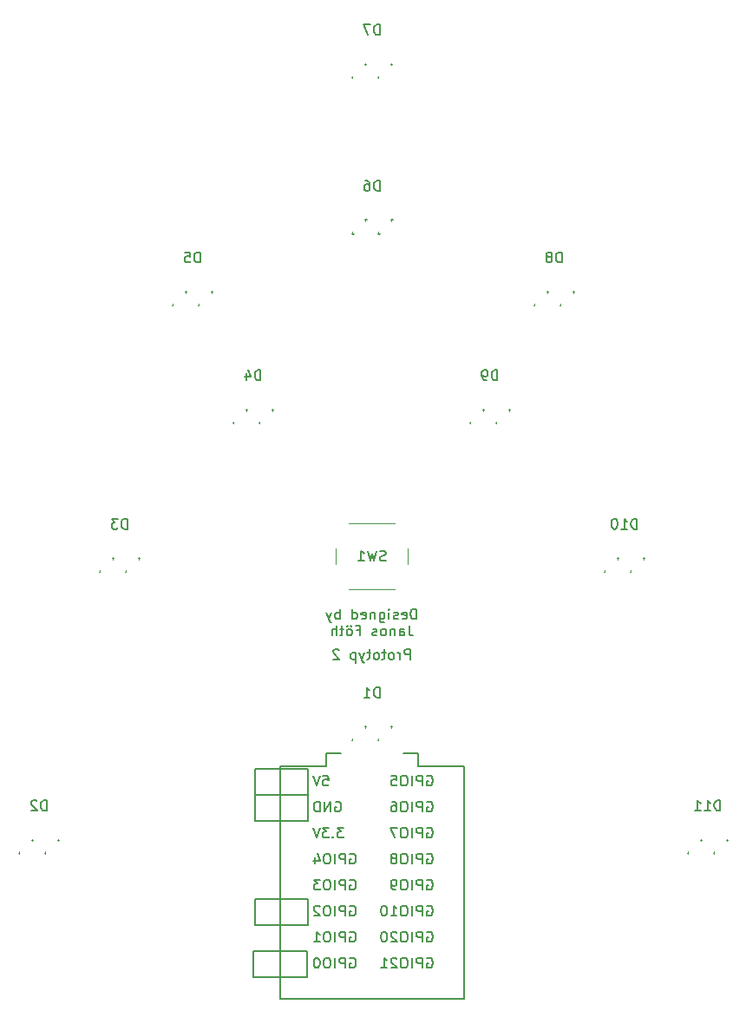
<source format=gbo>
G04 #@! TF.GenerationSoftware,KiCad,Pcbnew,8.0.6*
G04 #@! TF.CreationDate,2024-11-27T09:37:50+01:00*
G04 #@! TF.ProjectId,christmas_soldering_kit_2024,63687269-7374-46d6-9173-5f736f6c6465,rev?*
G04 #@! TF.SameCoordinates,Original*
G04 #@! TF.FileFunction,Legend,Bot*
G04 #@! TF.FilePolarity,Positive*
%FSLAX46Y46*%
G04 Gerber Fmt 4.6, Leading zero omitted, Abs format (unit mm)*
G04 Created by KiCad (PCBNEW 8.0.6) date 2024-11-27 09:37:50*
%MOMM*%
%LPD*%
G01*
G04 APERTURE LIST*
%ADD10C,0.150000*%
%ADD11C,0.100000*%
%ADD12C,0.127000*%
%ADD13C,0.120000*%
%ADD14C,0.100000*%
%ADD15R,1.400000X2.200000*%
%ADD16C,0.550000*%
%ADD17O,1.400000X2.200000*%
%ADD18R,1.700000X1.700000*%
%ADD19O,1.700000X1.700000*%
%ADD20C,2.109000*%
%ADD21C,2.000000*%
G04 APERTURE END LIST*
D10*
X139065000Y-118364000D02*
X144272000Y-118364000D01*
X144272000Y-120904000D01*
X139065000Y-120904000D01*
X139065000Y-118364000D01*
X139065000Y-131064000D02*
X144272000Y-131064000D01*
X144272000Y-133604000D01*
X139065000Y-133604000D01*
X139065000Y-131064000D01*
X139065000Y-120904000D02*
X144272000Y-120904000D01*
X144272000Y-123444000D01*
X139065000Y-123444000D01*
X139065000Y-120904000D01*
X138938000Y-136144000D02*
X144145000Y-136144000D01*
X144145000Y-138684000D01*
X138938000Y-138684000D01*
X138938000Y-136144000D01*
X154828333Y-103789847D02*
X154828333Y-102789847D01*
X154828333Y-102789847D02*
X154590238Y-102789847D01*
X154590238Y-102789847D02*
X154447381Y-102837466D01*
X154447381Y-102837466D02*
X154352143Y-102932704D01*
X154352143Y-102932704D02*
X154304524Y-103027942D01*
X154304524Y-103027942D02*
X154256905Y-103218418D01*
X154256905Y-103218418D02*
X154256905Y-103361275D01*
X154256905Y-103361275D02*
X154304524Y-103551751D01*
X154304524Y-103551751D02*
X154352143Y-103646989D01*
X154352143Y-103646989D02*
X154447381Y-103742228D01*
X154447381Y-103742228D02*
X154590238Y-103789847D01*
X154590238Y-103789847D02*
X154828333Y-103789847D01*
X153447381Y-103742228D02*
X153542619Y-103789847D01*
X153542619Y-103789847D02*
X153733095Y-103789847D01*
X153733095Y-103789847D02*
X153828333Y-103742228D01*
X153828333Y-103742228D02*
X153875952Y-103646989D01*
X153875952Y-103646989D02*
X153875952Y-103266037D01*
X153875952Y-103266037D02*
X153828333Y-103170799D01*
X153828333Y-103170799D02*
X153733095Y-103123180D01*
X153733095Y-103123180D02*
X153542619Y-103123180D01*
X153542619Y-103123180D02*
X153447381Y-103170799D01*
X153447381Y-103170799D02*
X153399762Y-103266037D01*
X153399762Y-103266037D02*
X153399762Y-103361275D01*
X153399762Y-103361275D02*
X153875952Y-103456513D01*
X153018809Y-103742228D02*
X152923571Y-103789847D01*
X152923571Y-103789847D02*
X152733095Y-103789847D01*
X152733095Y-103789847D02*
X152637857Y-103742228D01*
X152637857Y-103742228D02*
X152590238Y-103646989D01*
X152590238Y-103646989D02*
X152590238Y-103599370D01*
X152590238Y-103599370D02*
X152637857Y-103504132D01*
X152637857Y-103504132D02*
X152733095Y-103456513D01*
X152733095Y-103456513D02*
X152875952Y-103456513D01*
X152875952Y-103456513D02*
X152971190Y-103408894D01*
X152971190Y-103408894D02*
X153018809Y-103313656D01*
X153018809Y-103313656D02*
X153018809Y-103266037D01*
X153018809Y-103266037D02*
X152971190Y-103170799D01*
X152971190Y-103170799D02*
X152875952Y-103123180D01*
X152875952Y-103123180D02*
X152733095Y-103123180D01*
X152733095Y-103123180D02*
X152637857Y-103170799D01*
X152161666Y-103789847D02*
X152161666Y-103123180D01*
X152161666Y-102789847D02*
X152209285Y-102837466D01*
X152209285Y-102837466D02*
X152161666Y-102885085D01*
X152161666Y-102885085D02*
X152114047Y-102837466D01*
X152114047Y-102837466D02*
X152161666Y-102789847D01*
X152161666Y-102789847D02*
X152161666Y-102885085D01*
X151256905Y-103123180D02*
X151256905Y-103932704D01*
X151256905Y-103932704D02*
X151304524Y-104027942D01*
X151304524Y-104027942D02*
X151352143Y-104075561D01*
X151352143Y-104075561D02*
X151447381Y-104123180D01*
X151447381Y-104123180D02*
X151590238Y-104123180D01*
X151590238Y-104123180D02*
X151685476Y-104075561D01*
X151256905Y-103742228D02*
X151352143Y-103789847D01*
X151352143Y-103789847D02*
X151542619Y-103789847D01*
X151542619Y-103789847D02*
X151637857Y-103742228D01*
X151637857Y-103742228D02*
X151685476Y-103694608D01*
X151685476Y-103694608D02*
X151733095Y-103599370D01*
X151733095Y-103599370D02*
X151733095Y-103313656D01*
X151733095Y-103313656D02*
X151685476Y-103218418D01*
X151685476Y-103218418D02*
X151637857Y-103170799D01*
X151637857Y-103170799D02*
X151542619Y-103123180D01*
X151542619Y-103123180D02*
X151352143Y-103123180D01*
X151352143Y-103123180D02*
X151256905Y-103170799D01*
X150780714Y-103123180D02*
X150780714Y-103789847D01*
X150780714Y-103218418D02*
X150733095Y-103170799D01*
X150733095Y-103170799D02*
X150637857Y-103123180D01*
X150637857Y-103123180D02*
X150495000Y-103123180D01*
X150495000Y-103123180D02*
X150399762Y-103170799D01*
X150399762Y-103170799D02*
X150352143Y-103266037D01*
X150352143Y-103266037D02*
X150352143Y-103789847D01*
X149495000Y-103742228D02*
X149590238Y-103789847D01*
X149590238Y-103789847D02*
X149780714Y-103789847D01*
X149780714Y-103789847D02*
X149875952Y-103742228D01*
X149875952Y-103742228D02*
X149923571Y-103646989D01*
X149923571Y-103646989D02*
X149923571Y-103266037D01*
X149923571Y-103266037D02*
X149875952Y-103170799D01*
X149875952Y-103170799D02*
X149780714Y-103123180D01*
X149780714Y-103123180D02*
X149590238Y-103123180D01*
X149590238Y-103123180D02*
X149495000Y-103170799D01*
X149495000Y-103170799D02*
X149447381Y-103266037D01*
X149447381Y-103266037D02*
X149447381Y-103361275D01*
X149447381Y-103361275D02*
X149923571Y-103456513D01*
X148590238Y-103789847D02*
X148590238Y-102789847D01*
X148590238Y-103742228D02*
X148685476Y-103789847D01*
X148685476Y-103789847D02*
X148875952Y-103789847D01*
X148875952Y-103789847D02*
X148971190Y-103742228D01*
X148971190Y-103742228D02*
X149018809Y-103694608D01*
X149018809Y-103694608D02*
X149066428Y-103599370D01*
X149066428Y-103599370D02*
X149066428Y-103313656D01*
X149066428Y-103313656D02*
X149018809Y-103218418D01*
X149018809Y-103218418D02*
X148971190Y-103170799D01*
X148971190Y-103170799D02*
X148875952Y-103123180D01*
X148875952Y-103123180D02*
X148685476Y-103123180D01*
X148685476Y-103123180D02*
X148590238Y-103170799D01*
X147352142Y-103789847D02*
X147352142Y-102789847D01*
X147352142Y-103170799D02*
X147256904Y-103123180D01*
X147256904Y-103123180D02*
X147066428Y-103123180D01*
X147066428Y-103123180D02*
X146971190Y-103170799D01*
X146971190Y-103170799D02*
X146923571Y-103218418D01*
X146923571Y-103218418D02*
X146875952Y-103313656D01*
X146875952Y-103313656D02*
X146875952Y-103599370D01*
X146875952Y-103599370D02*
X146923571Y-103694608D01*
X146923571Y-103694608D02*
X146971190Y-103742228D01*
X146971190Y-103742228D02*
X147066428Y-103789847D01*
X147066428Y-103789847D02*
X147256904Y-103789847D01*
X147256904Y-103789847D02*
X147352142Y-103742228D01*
X146542618Y-103123180D02*
X146304523Y-103789847D01*
X146066428Y-103123180D02*
X146304523Y-103789847D01*
X146304523Y-103789847D02*
X146399761Y-104027942D01*
X146399761Y-104027942D02*
X146447380Y-104075561D01*
X146447380Y-104075561D02*
X146542618Y-104123180D01*
X154114048Y-104399791D02*
X154114048Y-105114076D01*
X154114048Y-105114076D02*
X154161667Y-105256933D01*
X154161667Y-105256933D02*
X154256905Y-105352172D01*
X154256905Y-105352172D02*
X154399762Y-105399791D01*
X154399762Y-105399791D02*
X154495000Y-105399791D01*
X153209286Y-105399791D02*
X153209286Y-104875981D01*
X153209286Y-104875981D02*
X153256905Y-104780743D01*
X153256905Y-104780743D02*
X153352143Y-104733124D01*
X153352143Y-104733124D02*
X153542619Y-104733124D01*
X153542619Y-104733124D02*
X153637857Y-104780743D01*
X153209286Y-105352172D02*
X153304524Y-105399791D01*
X153304524Y-105399791D02*
X153542619Y-105399791D01*
X153542619Y-105399791D02*
X153637857Y-105352172D01*
X153637857Y-105352172D02*
X153685476Y-105256933D01*
X153685476Y-105256933D02*
X153685476Y-105161695D01*
X153685476Y-105161695D02*
X153637857Y-105066457D01*
X153637857Y-105066457D02*
X153542619Y-105018838D01*
X153542619Y-105018838D02*
X153304524Y-105018838D01*
X153304524Y-105018838D02*
X153209286Y-104971219D01*
X152733095Y-104733124D02*
X152733095Y-105399791D01*
X152733095Y-104828362D02*
X152685476Y-104780743D01*
X152685476Y-104780743D02*
X152590238Y-104733124D01*
X152590238Y-104733124D02*
X152447381Y-104733124D01*
X152447381Y-104733124D02*
X152352143Y-104780743D01*
X152352143Y-104780743D02*
X152304524Y-104875981D01*
X152304524Y-104875981D02*
X152304524Y-105399791D01*
X151685476Y-105399791D02*
X151780714Y-105352172D01*
X151780714Y-105352172D02*
X151828333Y-105304552D01*
X151828333Y-105304552D02*
X151875952Y-105209314D01*
X151875952Y-105209314D02*
X151875952Y-104923600D01*
X151875952Y-104923600D02*
X151828333Y-104828362D01*
X151828333Y-104828362D02*
X151780714Y-104780743D01*
X151780714Y-104780743D02*
X151685476Y-104733124D01*
X151685476Y-104733124D02*
X151542619Y-104733124D01*
X151542619Y-104733124D02*
X151447381Y-104780743D01*
X151447381Y-104780743D02*
X151399762Y-104828362D01*
X151399762Y-104828362D02*
X151352143Y-104923600D01*
X151352143Y-104923600D02*
X151352143Y-105209314D01*
X151352143Y-105209314D02*
X151399762Y-105304552D01*
X151399762Y-105304552D02*
X151447381Y-105352172D01*
X151447381Y-105352172D02*
X151542619Y-105399791D01*
X151542619Y-105399791D02*
X151685476Y-105399791D01*
X150971190Y-105352172D02*
X150875952Y-105399791D01*
X150875952Y-105399791D02*
X150685476Y-105399791D01*
X150685476Y-105399791D02*
X150590238Y-105352172D01*
X150590238Y-105352172D02*
X150542619Y-105256933D01*
X150542619Y-105256933D02*
X150542619Y-105209314D01*
X150542619Y-105209314D02*
X150590238Y-105114076D01*
X150590238Y-105114076D02*
X150685476Y-105066457D01*
X150685476Y-105066457D02*
X150828333Y-105066457D01*
X150828333Y-105066457D02*
X150923571Y-105018838D01*
X150923571Y-105018838D02*
X150971190Y-104923600D01*
X150971190Y-104923600D02*
X150971190Y-104875981D01*
X150971190Y-104875981D02*
X150923571Y-104780743D01*
X150923571Y-104780743D02*
X150828333Y-104733124D01*
X150828333Y-104733124D02*
X150685476Y-104733124D01*
X150685476Y-104733124D02*
X150590238Y-104780743D01*
X149018809Y-104875981D02*
X149352142Y-104875981D01*
X149352142Y-105399791D02*
X149352142Y-104399791D01*
X149352142Y-104399791D02*
X148875952Y-104399791D01*
X148352142Y-105399791D02*
X148447380Y-105352172D01*
X148447380Y-105352172D02*
X148494999Y-105304552D01*
X148494999Y-105304552D02*
X148542618Y-105209314D01*
X148542618Y-105209314D02*
X148542618Y-104923600D01*
X148542618Y-104923600D02*
X148494999Y-104828362D01*
X148494999Y-104828362D02*
X148447380Y-104780743D01*
X148447380Y-104780743D02*
X148352142Y-104733124D01*
X148352142Y-104733124D02*
X148209285Y-104733124D01*
X148209285Y-104733124D02*
X148114047Y-104780743D01*
X148114047Y-104780743D02*
X148066428Y-104828362D01*
X148066428Y-104828362D02*
X148018809Y-104923600D01*
X148018809Y-104923600D02*
X148018809Y-105209314D01*
X148018809Y-105209314D02*
X148066428Y-105304552D01*
X148066428Y-105304552D02*
X148114047Y-105352172D01*
X148114047Y-105352172D02*
X148209285Y-105399791D01*
X148209285Y-105399791D02*
X148352142Y-105399791D01*
X148447380Y-104399791D02*
X148399761Y-104447410D01*
X148399761Y-104447410D02*
X148447380Y-104495029D01*
X148447380Y-104495029D02*
X148494999Y-104447410D01*
X148494999Y-104447410D02*
X148447380Y-104399791D01*
X148447380Y-104399791D02*
X148447380Y-104495029D01*
X148066428Y-104399791D02*
X148018809Y-104447410D01*
X148018809Y-104447410D02*
X148066428Y-104495029D01*
X148066428Y-104495029D02*
X148114047Y-104447410D01*
X148114047Y-104447410D02*
X148066428Y-104399791D01*
X148066428Y-104399791D02*
X148066428Y-104495029D01*
X147733094Y-104733124D02*
X147352142Y-104733124D01*
X147590237Y-104399791D02*
X147590237Y-105256933D01*
X147590237Y-105256933D02*
X147542618Y-105352172D01*
X147542618Y-105352172D02*
X147447380Y-105399791D01*
X147447380Y-105399791D02*
X147352142Y-105399791D01*
X147018808Y-105399791D02*
X147018808Y-104399791D01*
X146590237Y-105399791D02*
X146590237Y-104875981D01*
X146590237Y-104875981D02*
X146637856Y-104780743D01*
X146637856Y-104780743D02*
X146733094Y-104733124D01*
X146733094Y-104733124D02*
X146875951Y-104733124D01*
X146875951Y-104733124D02*
X146971189Y-104780743D01*
X146971189Y-104780743D02*
X147018808Y-104828362D01*
X154233095Y-107719819D02*
X154233095Y-106719819D01*
X154233095Y-106719819D02*
X153852143Y-106719819D01*
X153852143Y-106719819D02*
X153756905Y-106767438D01*
X153756905Y-106767438D02*
X153709286Y-106815057D01*
X153709286Y-106815057D02*
X153661667Y-106910295D01*
X153661667Y-106910295D02*
X153661667Y-107053152D01*
X153661667Y-107053152D02*
X153709286Y-107148390D01*
X153709286Y-107148390D02*
X153756905Y-107196009D01*
X153756905Y-107196009D02*
X153852143Y-107243628D01*
X153852143Y-107243628D02*
X154233095Y-107243628D01*
X153233095Y-107719819D02*
X153233095Y-107053152D01*
X153233095Y-107243628D02*
X153185476Y-107148390D01*
X153185476Y-107148390D02*
X153137857Y-107100771D01*
X153137857Y-107100771D02*
X153042619Y-107053152D01*
X153042619Y-107053152D02*
X152947381Y-107053152D01*
X152471190Y-107719819D02*
X152566428Y-107672200D01*
X152566428Y-107672200D02*
X152614047Y-107624580D01*
X152614047Y-107624580D02*
X152661666Y-107529342D01*
X152661666Y-107529342D02*
X152661666Y-107243628D01*
X152661666Y-107243628D02*
X152614047Y-107148390D01*
X152614047Y-107148390D02*
X152566428Y-107100771D01*
X152566428Y-107100771D02*
X152471190Y-107053152D01*
X152471190Y-107053152D02*
X152328333Y-107053152D01*
X152328333Y-107053152D02*
X152233095Y-107100771D01*
X152233095Y-107100771D02*
X152185476Y-107148390D01*
X152185476Y-107148390D02*
X152137857Y-107243628D01*
X152137857Y-107243628D02*
X152137857Y-107529342D01*
X152137857Y-107529342D02*
X152185476Y-107624580D01*
X152185476Y-107624580D02*
X152233095Y-107672200D01*
X152233095Y-107672200D02*
X152328333Y-107719819D01*
X152328333Y-107719819D02*
X152471190Y-107719819D01*
X151852142Y-107053152D02*
X151471190Y-107053152D01*
X151709285Y-106719819D02*
X151709285Y-107576961D01*
X151709285Y-107576961D02*
X151661666Y-107672200D01*
X151661666Y-107672200D02*
X151566428Y-107719819D01*
X151566428Y-107719819D02*
X151471190Y-107719819D01*
X150994999Y-107719819D02*
X151090237Y-107672200D01*
X151090237Y-107672200D02*
X151137856Y-107624580D01*
X151137856Y-107624580D02*
X151185475Y-107529342D01*
X151185475Y-107529342D02*
X151185475Y-107243628D01*
X151185475Y-107243628D02*
X151137856Y-107148390D01*
X151137856Y-107148390D02*
X151090237Y-107100771D01*
X151090237Y-107100771D02*
X150994999Y-107053152D01*
X150994999Y-107053152D02*
X150852142Y-107053152D01*
X150852142Y-107053152D02*
X150756904Y-107100771D01*
X150756904Y-107100771D02*
X150709285Y-107148390D01*
X150709285Y-107148390D02*
X150661666Y-107243628D01*
X150661666Y-107243628D02*
X150661666Y-107529342D01*
X150661666Y-107529342D02*
X150709285Y-107624580D01*
X150709285Y-107624580D02*
X150756904Y-107672200D01*
X150756904Y-107672200D02*
X150852142Y-107719819D01*
X150852142Y-107719819D02*
X150994999Y-107719819D01*
X150375951Y-107053152D02*
X149994999Y-107053152D01*
X150233094Y-106719819D02*
X150233094Y-107576961D01*
X150233094Y-107576961D02*
X150185475Y-107672200D01*
X150185475Y-107672200D02*
X150090237Y-107719819D01*
X150090237Y-107719819D02*
X149994999Y-107719819D01*
X149756903Y-107053152D02*
X149518808Y-107719819D01*
X149280713Y-107053152D02*
X149518808Y-107719819D01*
X149518808Y-107719819D02*
X149614046Y-107957914D01*
X149614046Y-107957914D02*
X149661665Y-108005533D01*
X149661665Y-108005533D02*
X149756903Y-108053152D01*
X148899760Y-107053152D02*
X148899760Y-108053152D01*
X148899760Y-107100771D02*
X148804522Y-107053152D01*
X148804522Y-107053152D02*
X148614046Y-107053152D01*
X148614046Y-107053152D02*
X148518808Y-107100771D01*
X148518808Y-107100771D02*
X148471189Y-107148390D01*
X148471189Y-107148390D02*
X148423570Y-107243628D01*
X148423570Y-107243628D02*
X148423570Y-107529342D01*
X148423570Y-107529342D02*
X148471189Y-107624580D01*
X148471189Y-107624580D02*
X148518808Y-107672200D01*
X148518808Y-107672200D02*
X148614046Y-107719819D01*
X148614046Y-107719819D02*
X148804522Y-107719819D01*
X148804522Y-107719819D02*
X148899760Y-107672200D01*
X147280712Y-106815057D02*
X147233093Y-106767438D01*
X147233093Y-106767438D02*
X147137855Y-106719819D01*
X147137855Y-106719819D02*
X146899760Y-106719819D01*
X146899760Y-106719819D02*
X146804522Y-106767438D01*
X146804522Y-106767438D02*
X146756903Y-106815057D01*
X146756903Y-106815057D02*
X146709284Y-106910295D01*
X146709284Y-106910295D02*
X146709284Y-107005533D01*
X146709284Y-107005533D02*
X146756903Y-107148390D01*
X146756903Y-107148390D02*
X147328331Y-107719819D01*
X147328331Y-107719819D02*
X146709284Y-107719819D01*
X151233094Y-111429819D02*
X151233094Y-110429819D01*
X151233094Y-110429819D02*
X150994999Y-110429819D01*
X150994999Y-110429819D02*
X150852142Y-110477438D01*
X150852142Y-110477438D02*
X150756904Y-110572676D01*
X150756904Y-110572676D02*
X150709285Y-110667914D01*
X150709285Y-110667914D02*
X150661666Y-110858390D01*
X150661666Y-110858390D02*
X150661666Y-111001247D01*
X150661666Y-111001247D02*
X150709285Y-111191723D01*
X150709285Y-111191723D02*
X150756904Y-111286961D01*
X150756904Y-111286961D02*
X150852142Y-111382200D01*
X150852142Y-111382200D02*
X150994999Y-111429819D01*
X150994999Y-111429819D02*
X151233094Y-111429819D01*
X149709285Y-111429819D02*
X150280713Y-111429819D01*
X149994999Y-111429819D02*
X149994999Y-110429819D01*
X149994999Y-110429819D02*
X150090237Y-110572676D01*
X150090237Y-110572676D02*
X150185475Y-110667914D01*
X150185475Y-110667914D02*
X150280713Y-110715533D01*
X162743094Y-80494819D02*
X162743094Y-79494819D01*
X162743094Y-79494819D02*
X162504999Y-79494819D01*
X162504999Y-79494819D02*
X162362142Y-79542438D01*
X162362142Y-79542438D02*
X162266904Y-79637676D01*
X162266904Y-79637676D02*
X162219285Y-79732914D01*
X162219285Y-79732914D02*
X162171666Y-79923390D01*
X162171666Y-79923390D02*
X162171666Y-80066247D01*
X162171666Y-80066247D02*
X162219285Y-80256723D01*
X162219285Y-80256723D02*
X162266904Y-80351961D01*
X162266904Y-80351961D02*
X162362142Y-80447200D01*
X162362142Y-80447200D02*
X162504999Y-80494819D01*
X162504999Y-80494819D02*
X162743094Y-80494819D01*
X161695475Y-80494819D02*
X161504999Y-80494819D01*
X161504999Y-80494819D02*
X161409761Y-80447200D01*
X161409761Y-80447200D02*
X161362142Y-80399580D01*
X161362142Y-80399580D02*
X161266904Y-80256723D01*
X161266904Y-80256723D02*
X161219285Y-80066247D01*
X161219285Y-80066247D02*
X161219285Y-79685295D01*
X161219285Y-79685295D02*
X161266904Y-79590057D01*
X161266904Y-79590057D02*
X161314523Y-79542438D01*
X161314523Y-79542438D02*
X161409761Y-79494819D01*
X161409761Y-79494819D02*
X161600237Y-79494819D01*
X161600237Y-79494819D02*
X161695475Y-79542438D01*
X161695475Y-79542438D02*
X161743094Y-79590057D01*
X161743094Y-79590057D02*
X161790713Y-79685295D01*
X161790713Y-79685295D02*
X161790713Y-79923390D01*
X161790713Y-79923390D02*
X161743094Y-80018628D01*
X161743094Y-80018628D02*
X161695475Y-80066247D01*
X161695475Y-80066247D02*
X161600237Y-80113866D01*
X161600237Y-80113866D02*
X161409761Y-80113866D01*
X161409761Y-80113866D02*
X161314523Y-80066247D01*
X161314523Y-80066247D02*
X161266904Y-80018628D01*
X161266904Y-80018628D02*
X161219285Y-79923390D01*
X176347285Y-94994819D02*
X176347285Y-93994819D01*
X176347285Y-93994819D02*
X176109190Y-93994819D01*
X176109190Y-93994819D02*
X175966333Y-94042438D01*
X175966333Y-94042438D02*
X175871095Y-94137676D01*
X175871095Y-94137676D02*
X175823476Y-94232914D01*
X175823476Y-94232914D02*
X175775857Y-94423390D01*
X175775857Y-94423390D02*
X175775857Y-94566247D01*
X175775857Y-94566247D02*
X175823476Y-94756723D01*
X175823476Y-94756723D02*
X175871095Y-94851961D01*
X175871095Y-94851961D02*
X175966333Y-94947200D01*
X175966333Y-94947200D02*
X176109190Y-94994819D01*
X176109190Y-94994819D02*
X176347285Y-94994819D01*
X174823476Y-94994819D02*
X175394904Y-94994819D01*
X175109190Y-94994819D02*
X175109190Y-93994819D01*
X175109190Y-93994819D02*
X175204428Y-94137676D01*
X175204428Y-94137676D02*
X175299666Y-94232914D01*
X175299666Y-94232914D02*
X175394904Y-94280533D01*
X174204428Y-93994819D02*
X174109190Y-93994819D01*
X174109190Y-93994819D02*
X174013952Y-94042438D01*
X174013952Y-94042438D02*
X173966333Y-94090057D01*
X173966333Y-94090057D02*
X173918714Y-94185295D01*
X173918714Y-94185295D02*
X173871095Y-94375771D01*
X173871095Y-94375771D02*
X173871095Y-94613866D01*
X173871095Y-94613866D02*
X173918714Y-94804342D01*
X173918714Y-94804342D02*
X173966333Y-94899580D01*
X173966333Y-94899580D02*
X174013952Y-94947200D01*
X174013952Y-94947200D02*
X174109190Y-94994819D01*
X174109190Y-94994819D02*
X174204428Y-94994819D01*
X174204428Y-94994819D02*
X174299666Y-94947200D01*
X174299666Y-94947200D02*
X174347285Y-94899580D01*
X174347285Y-94899580D02*
X174394904Y-94804342D01*
X174394904Y-94804342D02*
X174442523Y-94613866D01*
X174442523Y-94613866D02*
X174442523Y-94375771D01*
X174442523Y-94375771D02*
X174394904Y-94185295D01*
X174394904Y-94185295D02*
X174347285Y-94090057D01*
X174347285Y-94090057D02*
X174299666Y-94042438D01*
X174299666Y-94042438D02*
X174204428Y-93994819D01*
X139623094Y-80494819D02*
X139623094Y-79494819D01*
X139623094Y-79494819D02*
X139384999Y-79494819D01*
X139384999Y-79494819D02*
X139242142Y-79542438D01*
X139242142Y-79542438D02*
X139146904Y-79637676D01*
X139146904Y-79637676D02*
X139099285Y-79732914D01*
X139099285Y-79732914D02*
X139051666Y-79923390D01*
X139051666Y-79923390D02*
X139051666Y-80066247D01*
X139051666Y-80066247D02*
X139099285Y-80256723D01*
X139099285Y-80256723D02*
X139146904Y-80351961D01*
X139146904Y-80351961D02*
X139242142Y-80447200D01*
X139242142Y-80447200D02*
X139384999Y-80494819D01*
X139384999Y-80494819D02*
X139623094Y-80494819D01*
X138194523Y-79828152D02*
X138194523Y-80494819D01*
X138432618Y-79447200D02*
X138670713Y-80161485D01*
X138670713Y-80161485D02*
X138051666Y-80161485D01*
X151233094Y-46786819D02*
X151233094Y-45786819D01*
X151233094Y-45786819D02*
X150994999Y-45786819D01*
X150994999Y-45786819D02*
X150852142Y-45834438D01*
X150852142Y-45834438D02*
X150756904Y-45929676D01*
X150756904Y-45929676D02*
X150709285Y-46024914D01*
X150709285Y-46024914D02*
X150661666Y-46215390D01*
X150661666Y-46215390D02*
X150661666Y-46358247D01*
X150661666Y-46358247D02*
X150709285Y-46548723D01*
X150709285Y-46548723D02*
X150756904Y-46643961D01*
X150756904Y-46643961D02*
X150852142Y-46739200D01*
X150852142Y-46739200D02*
X150994999Y-46786819D01*
X150994999Y-46786819D02*
X151233094Y-46786819D01*
X150328332Y-45786819D02*
X149661666Y-45786819D01*
X149661666Y-45786819D02*
X150090237Y-46786819D01*
X126595094Y-94994819D02*
X126595094Y-93994819D01*
X126595094Y-93994819D02*
X126356999Y-93994819D01*
X126356999Y-93994819D02*
X126214142Y-94042438D01*
X126214142Y-94042438D02*
X126118904Y-94137676D01*
X126118904Y-94137676D02*
X126071285Y-94232914D01*
X126071285Y-94232914D02*
X126023666Y-94423390D01*
X126023666Y-94423390D02*
X126023666Y-94566247D01*
X126023666Y-94566247D02*
X126071285Y-94756723D01*
X126071285Y-94756723D02*
X126118904Y-94851961D01*
X126118904Y-94851961D02*
X126214142Y-94947200D01*
X126214142Y-94947200D02*
X126356999Y-94994819D01*
X126356999Y-94994819D02*
X126595094Y-94994819D01*
X125690332Y-93994819D02*
X125071285Y-93994819D01*
X125071285Y-93994819D02*
X125404618Y-94375771D01*
X125404618Y-94375771D02*
X125261761Y-94375771D01*
X125261761Y-94375771D02*
X125166523Y-94423390D01*
X125166523Y-94423390D02*
X125118904Y-94471009D01*
X125118904Y-94471009D02*
X125071285Y-94566247D01*
X125071285Y-94566247D02*
X125071285Y-94804342D01*
X125071285Y-94804342D02*
X125118904Y-94899580D01*
X125118904Y-94899580D02*
X125166523Y-94947200D01*
X125166523Y-94947200D02*
X125261761Y-94994819D01*
X125261761Y-94994819D02*
X125547475Y-94994819D01*
X125547475Y-94994819D02*
X125642713Y-94947200D01*
X125642713Y-94947200D02*
X125690332Y-94899580D01*
X118721094Y-122473819D02*
X118721094Y-121473819D01*
X118721094Y-121473819D02*
X118482999Y-121473819D01*
X118482999Y-121473819D02*
X118340142Y-121521438D01*
X118340142Y-121521438D02*
X118244904Y-121616676D01*
X118244904Y-121616676D02*
X118197285Y-121711914D01*
X118197285Y-121711914D02*
X118149666Y-121902390D01*
X118149666Y-121902390D02*
X118149666Y-122045247D01*
X118149666Y-122045247D02*
X118197285Y-122235723D01*
X118197285Y-122235723D02*
X118244904Y-122330961D01*
X118244904Y-122330961D02*
X118340142Y-122426200D01*
X118340142Y-122426200D02*
X118482999Y-122473819D01*
X118482999Y-122473819D02*
X118721094Y-122473819D01*
X117768713Y-121569057D02*
X117721094Y-121521438D01*
X117721094Y-121521438D02*
X117625856Y-121473819D01*
X117625856Y-121473819D02*
X117387761Y-121473819D01*
X117387761Y-121473819D02*
X117292523Y-121521438D01*
X117292523Y-121521438D02*
X117244904Y-121569057D01*
X117244904Y-121569057D02*
X117197285Y-121664295D01*
X117197285Y-121664295D02*
X117197285Y-121759533D01*
X117197285Y-121759533D02*
X117244904Y-121902390D01*
X117244904Y-121902390D02*
X117816332Y-122473819D01*
X117816332Y-122473819D02*
X117197285Y-122473819D01*
X169013094Y-68994819D02*
X169013094Y-67994819D01*
X169013094Y-67994819D02*
X168774999Y-67994819D01*
X168774999Y-67994819D02*
X168632142Y-68042438D01*
X168632142Y-68042438D02*
X168536904Y-68137676D01*
X168536904Y-68137676D02*
X168489285Y-68232914D01*
X168489285Y-68232914D02*
X168441666Y-68423390D01*
X168441666Y-68423390D02*
X168441666Y-68566247D01*
X168441666Y-68566247D02*
X168489285Y-68756723D01*
X168489285Y-68756723D02*
X168536904Y-68851961D01*
X168536904Y-68851961D02*
X168632142Y-68947200D01*
X168632142Y-68947200D02*
X168774999Y-68994819D01*
X168774999Y-68994819D02*
X169013094Y-68994819D01*
X167870237Y-68423390D02*
X167965475Y-68375771D01*
X167965475Y-68375771D02*
X168013094Y-68328152D01*
X168013094Y-68328152D02*
X168060713Y-68232914D01*
X168060713Y-68232914D02*
X168060713Y-68185295D01*
X168060713Y-68185295D02*
X168013094Y-68090057D01*
X168013094Y-68090057D02*
X167965475Y-68042438D01*
X167965475Y-68042438D02*
X167870237Y-67994819D01*
X167870237Y-67994819D02*
X167679761Y-67994819D01*
X167679761Y-67994819D02*
X167584523Y-68042438D01*
X167584523Y-68042438D02*
X167536904Y-68090057D01*
X167536904Y-68090057D02*
X167489285Y-68185295D01*
X167489285Y-68185295D02*
X167489285Y-68232914D01*
X167489285Y-68232914D02*
X167536904Y-68328152D01*
X167536904Y-68328152D02*
X167584523Y-68375771D01*
X167584523Y-68375771D02*
X167679761Y-68423390D01*
X167679761Y-68423390D02*
X167870237Y-68423390D01*
X167870237Y-68423390D02*
X167965475Y-68471009D01*
X167965475Y-68471009D02*
X168013094Y-68518628D01*
X168013094Y-68518628D02*
X168060713Y-68613866D01*
X168060713Y-68613866D02*
X168060713Y-68804342D01*
X168060713Y-68804342D02*
X168013094Y-68899580D01*
X168013094Y-68899580D02*
X167965475Y-68947200D01*
X167965475Y-68947200D02*
X167870237Y-68994819D01*
X167870237Y-68994819D02*
X167679761Y-68994819D01*
X167679761Y-68994819D02*
X167584523Y-68947200D01*
X167584523Y-68947200D02*
X167536904Y-68899580D01*
X167536904Y-68899580D02*
X167489285Y-68804342D01*
X167489285Y-68804342D02*
X167489285Y-68613866D01*
X167489285Y-68613866D02*
X167536904Y-68518628D01*
X167536904Y-68518628D02*
X167584523Y-68471009D01*
X167584523Y-68471009D02*
X167679761Y-68423390D01*
X184475285Y-122473819D02*
X184475285Y-121473819D01*
X184475285Y-121473819D02*
X184237190Y-121473819D01*
X184237190Y-121473819D02*
X184094333Y-121521438D01*
X184094333Y-121521438D02*
X183999095Y-121616676D01*
X183999095Y-121616676D02*
X183951476Y-121711914D01*
X183951476Y-121711914D02*
X183903857Y-121902390D01*
X183903857Y-121902390D02*
X183903857Y-122045247D01*
X183903857Y-122045247D02*
X183951476Y-122235723D01*
X183951476Y-122235723D02*
X183999095Y-122330961D01*
X183999095Y-122330961D02*
X184094333Y-122426200D01*
X184094333Y-122426200D02*
X184237190Y-122473819D01*
X184237190Y-122473819D02*
X184475285Y-122473819D01*
X182951476Y-122473819D02*
X183522904Y-122473819D01*
X183237190Y-122473819D02*
X183237190Y-121473819D01*
X183237190Y-121473819D02*
X183332428Y-121616676D01*
X183332428Y-121616676D02*
X183427666Y-121711914D01*
X183427666Y-121711914D02*
X183522904Y-121759533D01*
X181999095Y-122473819D02*
X182570523Y-122473819D01*
X182284809Y-122473819D02*
X182284809Y-121473819D01*
X182284809Y-121473819D02*
X182380047Y-121616676D01*
X182380047Y-121616676D02*
X182475285Y-121711914D01*
X182475285Y-121711914D02*
X182570523Y-121759533D01*
X133707094Y-68994819D02*
X133707094Y-67994819D01*
X133707094Y-67994819D02*
X133468999Y-67994819D01*
X133468999Y-67994819D02*
X133326142Y-68042438D01*
X133326142Y-68042438D02*
X133230904Y-68137676D01*
X133230904Y-68137676D02*
X133183285Y-68232914D01*
X133183285Y-68232914D02*
X133135666Y-68423390D01*
X133135666Y-68423390D02*
X133135666Y-68566247D01*
X133135666Y-68566247D02*
X133183285Y-68756723D01*
X133183285Y-68756723D02*
X133230904Y-68851961D01*
X133230904Y-68851961D02*
X133326142Y-68947200D01*
X133326142Y-68947200D02*
X133468999Y-68994819D01*
X133468999Y-68994819D02*
X133707094Y-68994819D01*
X132230904Y-67994819D02*
X132707094Y-67994819D01*
X132707094Y-67994819D02*
X132754713Y-68471009D01*
X132754713Y-68471009D02*
X132707094Y-68423390D01*
X132707094Y-68423390D02*
X132611856Y-68375771D01*
X132611856Y-68375771D02*
X132373761Y-68375771D01*
X132373761Y-68375771D02*
X132278523Y-68423390D01*
X132278523Y-68423390D02*
X132230904Y-68471009D01*
X132230904Y-68471009D02*
X132183285Y-68566247D01*
X132183285Y-68566247D02*
X132183285Y-68804342D01*
X132183285Y-68804342D02*
X132230904Y-68899580D01*
X132230904Y-68899580D02*
X132278523Y-68947200D01*
X132278523Y-68947200D02*
X132373761Y-68994819D01*
X132373761Y-68994819D02*
X132611856Y-68994819D01*
X132611856Y-68994819D02*
X132707094Y-68947200D01*
X132707094Y-68947200D02*
X132754713Y-68899580D01*
X151243094Y-61994819D02*
X151243094Y-60994819D01*
X151243094Y-60994819D02*
X151004999Y-60994819D01*
X151004999Y-60994819D02*
X150862142Y-61042438D01*
X150862142Y-61042438D02*
X150766904Y-61137676D01*
X150766904Y-61137676D02*
X150719285Y-61232914D01*
X150719285Y-61232914D02*
X150671666Y-61423390D01*
X150671666Y-61423390D02*
X150671666Y-61566247D01*
X150671666Y-61566247D02*
X150719285Y-61756723D01*
X150719285Y-61756723D02*
X150766904Y-61851961D01*
X150766904Y-61851961D02*
X150862142Y-61947200D01*
X150862142Y-61947200D02*
X151004999Y-61994819D01*
X151004999Y-61994819D02*
X151243094Y-61994819D01*
X149814523Y-60994819D02*
X150004999Y-60994819D01*
X150004999Y-60994819D02*
X150100237Y-61042438D01*
X150100237Y-61042438D02*
X150147856Y-61090057D01*
X150147856Y-61090057D02*
X150243094Y-61232914D01*
X150243094Y-61232914D02*
X150290713Y-61423390D01*
X150290713Y-61423390D02*
X150290713Y-61804342D01*
X150290713Y-61804342D02*
X150243094Y-61899580D01*
X150243094Y-61899580D02*
X150195475Y-61947200D01*
X150195475Y-61947200D02*
X150100237Y-61994819D01*
X150100237Y-61994819D02*
X149909761Y-61994819D01*
X149909761Y-61994819D02*
X149814523Y-61947200D01*
X149814523Y-61947200D02*
X149766904Y-61899580D01*
X149766904Y-61899580D02*
X149719285Y-61804342D01*
X149719285Y-61804342D02*
X149719285Y-61566247D01*
X149719285Y-61566247D02*
X149766904Y-61471009D01*
X149766904Y-61471009D02*
X149814523Y-61423390D01*
X149814523Y-61423390D02*
X149909761Y-61375771D01*
X149909761Y-61375771D02*
X150100237Y-61375771D01*
X150100237Y-61375771D02*
X150195475Y-61423390D01*
X150195475Y-61423390D02*
X150243094Y-61471009D01*
X150243094Y-61471009D02*
X150290713Y-61566247D01*
X155862411Y-134336438D02*
X155957649Y-134288819D01*
X155957649Y-134288819D02*
X156100506Y-134288819D01*
X156100506Y-134288819D02*
X156243363Y-134336438D01*
X156243363Y-134336438D02*
X156338601Y-134431676D01*
X156338601Y-134431676D02*
X156386220Y-134526914D01*
X156386220Y-134526914D02*
X156433839Y-134717390D01*
X156433839Y-134717390D02*
X156433839Y-134860247D01*
X156433839Y-134860247D02*
X156386220Y-135050723D01*
X156386220Y-135050723D02*
X156338601Y-135145961D01*
X156338601Y-135145961D02*
X156243363Y-135241200D01*
X156243363Y-135241200D02*
X156100506Y-135288819D01*
X156100506Y-135288819D02*
X156005268Y-135288819D01*
X156005268Y-135288819D02*
X155862411Y-135241200D01*
X155862411Y-135241200D02*
X155814792Y-135193580D01*
X155814792Y-135193580D02*
X155814792Y-134860247D01*
X155814792Y-134860247D02*
X156005268Y-134860247D01*
X155386220Y-135288819D02*
X155386220Y-134288819D01*
X155386220Y-134288819D02*
X155005268Y-134288819D01*
X155005268Y-134288819D02*
X154910030Y-134336438D01*
X154910030Y-134336438D02*
X154862411Y-134384057D01*
X154862411Y-134384057D02*
X154814792Y-134479295D01*
X154814792Y-134479295D02*
X154814792Y-134622152D01*
X154814792Y-134622152D02*
X154862411Y-134717390D01*
X154862411Y-134717390D02*
X154910030Y-134765009D01*
X154910030Y-134765009D02*
X155005268Y-134812628D01*
X155005268Y-134812628D02*
X155386220Y-134812628D01*
X154386220Y-135288819D02*
X154386220Y-134288819D01*
X153719554Y-134288819D02*
X153529078Y-134288819D01*
X153529078Y-134288819D02*
X153433840Y-134336438D01*
X153433840Y-134336438D02*
X153338602Y-134431676D01*
X153338602Y-134431676D02*
X153290983Y-134622152D01*
X153290983Y-134622152D02*
X153290983Y-134955485D01*
X153290983Y-134955485D02*
X153338602Y-135145961D01*
X153338602Y-135145961D02*
X153433840Y-135241200D01*
X153433840Y-135241200D02*
X153529078Y-135288819D01*
X153529078Y-135288819D02*
X153719554Y-135288819D01*
X153719554Y-135288819D02*
X153814792Y-135241200D01*
X153814792Y-135241200D02*
X153910030Y-135145961D01*
X153910030Y-135145961D02*
X153957649Y-134955485D01*
X153957649Y-134955485D02*
X153957649Y-134622152D01*
X153957649Y-134622152D02*
X153910030Y-134431676D01*
X153910030Y-134431676D02*
X153814792Y-134336438D01*
X153814792Y-134336438D02*
X153719554Y-134288819D01*
X152910030Y-134384057D02*
X152862411Y-134336438D01*
X152862411Y-134336438D02*
X152767173Y-134288819D01*
X152767173Y-134288819D02*
X152529078Y-134288819D01*
X152529078Y-134288819D02*
X152433840Y-134336438D01*
X152433840Y-134336438D02*
X152386221Y-134384057D01*
X152386221Y-134384057D02*
X152338602Y-134479295D01*
X152338602Y-134479295D02*
X152338602Y-134574533D01*
X152338602Y-134574533D02*
X152386221Y-134717390D01*
X152386221Y-134717390D02*
X152957649Y-135288819D01*
X152957649Y-135288819D02*
X152338602Y-135288819D01*
X151719554Y-134288819D02*
X151624316Y-134288819D01*
X151624316Y-134288819D02*
X151529078Y-134336438D01*
X151529078Y-134336438D02*
X151481459Y-134384057D01*
X151481459Y-134384057D02*
X151433840Y-134479295D01*
X151433840Y-134479295D02*
X151386221Y-134669771D01*
X151386221Y-134669771D02*
X151386221Y-134907866D01*
X151386221Y-134907866D02*
X151433840Y-135098342D01*
X151433840Y-135098342D02*
X151481459Y-135193580D01*
X151481459Y-135193580D02*
X151529078Y-135241200D01*
X151529078Y-135241200D02*
X151624316Y-135288819D01*
X151624316Y-135288819D02*
X151719554Y-135288819D01*
X151719554Y-135288819D02*
X151814792Y-135241200D01*
X151814792Y-135241200D02*
X151862411Y-135193580D01*
X151862411Y-135193580D02*
X151910030Y-135098342D01*
X151910030Y-135098342D02*
X151957649Y-134907866D01*
X151957649Y-134907866D02*
X151957649Y-134669771D01*
X151957649Y-134669771D02*
X151910030Y-134479295D01*
X151910030Y-134479295D02*
X151862411Y-134384057D01*
X151862411Y-134384057D02*
X151814792Y-134336438D01*
X151814792Y-134336438D02*
X151719554Y-134288819D01*
X155862411Y-119096438D02*
X155957649Y-119048819D01*
X155957649Y-119048819D02*
X156100506Y-119048819D01*
X156100506Y-119048819D02*
X156243363Y-119096438D01*
X156243363Y-119096438D02*
X156338601Y-119191676D01*
X156338601Y-119191676D02*
X156386220Y-119286914D01*
X156386220Y-119286914D02*
X156433839Y-119477390D01*
X156433839Y-119477390D02*
X156433839Y-119620247D01*
X156433839Y-119620247D02*
X156386220Y-119810723D01*
X156386220Y-119810723D02*
X156338601Y-119905961D01*
X156338601Y-119905961D02*
X156243363Y-120001200D01*
X156243363Y-120001200D02*
X156100506Y-120048819D01*
X156100506Y-120048819D02*
X156005268Y-120048819D01*
X156005268Y-120048819D02*
X155862411Y-120001200D01*
X155862411Y-120001200D02*
X155814792Y-119953580D01*
X155814792Y-119953580D02*
X155814792Y-119620247D01*
X155814792Y-119620247D02*
X156005268Y-119620247D01*
X155386220Y-120048819D02*
X155386220Y-119048819D01*
X155386220Y-119048819D02*
X155005268Y-119048819D01*
X155005268Y-119048819D02*
X154910030Y-119096438D01*
X154910030Y-119096438D02*
X154862411Y-119144057D01*
X154862411Y-119144057D02*
X154814792Y-119239295D01*
X154814792Y-119239295D02*
X154814792Y-119382152D01*
X154814792Y-119382152D02*
X154862411Y-119477390D01*
X154862411Y-119477390D02*
X154910030Y-119525009D01*
X154910030Y-119525009D02*
X155005268Y-119572628D01*
X155005268Y-119572628D02*
X155386220Y-119572628D01*
X154386220Y-120048819D02*
X154386220Y-119048819D01*
X153719554Y-119048819D02*
X153529078Y-119048819D01*
X153529078Y-119048819D02*
X153433840Y-119096438D01*
X153433840Y-119096438D02*
X153338602Y-119191676D01*
X153338602Y-119191676D02*
X153290983Y-119382152D01*
X153290983Y-119382152D02*
X153290983Y-119715485D01*
X153290983Y-119715485D02*
X153338602Y-119905961D01*
X153338602Y-119905961D02*
X153433840Y-120001200D01*
X153433840Y-120001200D02*
X153529078Y-120048819D01*
X153529078Y-120048819D02*
X153719554Y-120048819D01*
X153719554Y-120048819D02*
X153814792Y-120001200D01*
X153814792Y-120001200D02*
X153910030Y-119905961D01*
X153910030Y-119905961D02*
X153957649Y-119715485D01*
X153957649Y-119715485D02*
X153957649Y-119382152D01*
X153957649Y-119382152D02*
X153910030Y-119191676D01*
X153910030Y-119191676D02*
X153814792Y-119096438D01*
X153814792Y-119096438D02*
X153719554Y-119048819D01*
X152386221Y-119048819D02*
X152862411Y-119048819D01*
X152862411Y-119048819D02*
X152910030Y-119525009D01*
X152910030Y-119525009D02*
X152862411Y-119477390D01*
X152862411Y-119477390D02*
X152767173Y-119429771D01*
X152767173Y-119429771D02*
X152529078Y-119429771D01*
X152529078Y-119429771D02*
X152433840Y-119477390D01*
X152433840Y-119477390D02*
X152386221Y-119525009D01*
X152386221Y-119525009D02*
X152338602Y-119620247D01*
X152338602Y-119620247D02*
X152338602Y-119858342D01*
X152338602Y-119858342D02*
X152386221Y-119953580D01*
X152386221Y-119953580D02*
X152433840Y-120001200D01*
X152433840Y-120001200D02*
X152529078Y-120048819D01*
X152529078Y-120048819D02*
X152767173Y-120048819D01*
X152767173Y-120048819D02*
X152862411Y-120001200D01*
X152862411Y-120001200D02*
X152910030Y-119953580D01*
X148343969Y-131796438D02*
X148439207Y-131748819D01*
X148439207Y-131748819D02*
X148582064Y-131748819D01*
X148582064Y-131748819D02*
X148724921Y-131796438D01*
X148724921Y-131796438D02*
X148820159Y-131891676D01*
X148820159Y-131891676D02*
X148867778Y-131986914D01*
X148867778Y-131986914D02*
X148915397Y-132177390D01*
X148915397Y-132177390D02*
X148915397Y-132320247D01*
X148915397Y-132320247D02*
X148867778Y-132510723D01*
X148867778Y-132510723D02*
X148820159Y-132605961D01*
X148820159Y-132605961D02*
X148724921Y-132701200D01*
X148724921Y-132701200D02*
X148582064Y-132748819D01*
X148582064Y-132748819D02*
X148486826Y-132748819D01*
X148486826Y-132748819D02*
X148343969Y-132701200D01*
X148343969Y-132701200D02*
X148296350Y-132653580D01*
X148296350Y-132653580D02*
X148296350Y-132320247D01*
X148296350Y-132320247D02*
X148486826Y-132320247D01*
X147867778Y-132748819D02*
X147867778Y-131748819D01*
X147867778Y-131748819D02*
X147486826Y-131748819D01*
X147486826Y-131748819D02*
X147391588Y-131796438D01*
X147391588Y-131796438D02*
X147343969Y-131844057D01*
X147343969Y-131844057D02*
X147296350Y-131939295D01*
X147296350Y-131939295D02*
X147296350Y-132082152D01*
X147296350Y-132082152D02*
X147343969Y-132177390D01*
X147343969Y-132177390D02*
X147391588Y-132225009D01*
X147391588Y-132225009D02*
X147486826Y-132272628D01*
X147486826Y-132272628D02*
X147867778Y-132272628D01*
X146867778Y-132748819D02*
X146867778Y-131748819D01*
X146201112Y-131748819D02*
X146010636Y-131748819D01*
X146010636Y-131748819D02*
X145915398Y-131796438D01*
X145915398Y-131796438D02*
X145820160Y-131891676D01*
X145820160Y-131891676D02*
X145772541Y-132082152D01*
X145772541Y-132082152D02*
X145772541Y-132415485D01*
X145772541Y-132415485D02*
X145820160Y-132605961D01*
X145820160Y-132605961D02*
X145915398Y-132701200D01*
X145915398Y-132701200D02*
X146010636Y-132748819D01*
X146010636Y-132748819D02*
X146201112Y-132748819D01*
X146201112Y-132748819D02*
X146296350Y-132701200D01*
X146296350Y-132701200D02*
X146391588Y-132605961D01*
X146391588Y-132605961D02*
X146439207Y-132415485D01*
X146439207Y-132415485D02*
X146439207Y-132082152D01*
X146439207Y-132082152D02*
X146391588Y-131891676D01*
X146391588Y-131891676D02*
X146296350Y-131796438D01*
X146296350Y-131796438D02*
X146201112Y-131748819D01*
X145391588Y-131844057D02*
X145343969Y-131796438D01*
X145343969Y-131796438D02*
X145248731Y-131748819D01*
X145248731Y-131748819D02*
X145010636Y-131748819D01*
X145010636Y-131748819D02*
X144915398Y-131796438D01*
X144915398Y-131796438D02*
X144867779Y-131844057D01*
X144867779Y-131844057D02*
X144820160Y-131939295D01*
X144820160Y-131939295D02*
X144820160Y-132034533D01*
X144820160Y-132034533D02*
X144867779Y-132177390D01*
X144867779Y-132177390D02*
X145439207Y-132748819D01*
X145439207Y-132748819D02*
X144820160Y-132748819D01*
X155862411Y-136876438D02*
X155957649Y-136828819D01*
X155957649Y-136828819D02*
X156100506Y-136828819D01*
X156100506Y-136828819D02*
X156243363Y-136876438D01*
X156243363Y-136876438D02*
X156338601Y-136971676D01*
X156338601Y-136971676D02*
X156386220Y-137066914D01*
X156386220Y-137066914D02*
X156433839Y-137257390D01*
X156433839Y-137257390D02*
X156433839Y-137400247D01*
X156433839Y-137400247D02*
X156386220Y-137590723D01*
X156386220Y-137590723D02*
X156338601Y-137685961D01*
X156338601Y-137685961D02*
X156243363Y-137781200D01*
X156243363Y-137781200D02*
X156100506Y-137828819D01*
X156100506Y-137828819D02*
X156005268Y-137828819D01*
X156005268Y-137828819D02*
X155862411Y-137781200D01*
X155862411Y-137781200D02*
X155814792Y-137733580D01*
X155814792Y-137733580D02*
X155814792Y-137400247D01*
X155814792Y-137400247D02*
X156005268Y-137400247D01*
X155386220Y-137828819D02*
X155386220Y-136828819D01*
X155386220Y-136828819D02*
X155005268Y-136828819D01*
X155005268Y-136828819D02*
X154910030Y-136876438D01*
X154910030Y-136876438D02*
X154862411Y-136924057D01*
X154862411Y-136924057D02*
X154814792Y-137019295D01*
X154814792Y-137019295D02*
X154814792Y-137162152D01*
X154814792Y-137162152D02*
X154862411Y-137257390D01*
X154862411Y-137257390D02*
X154910030Y-137305009D01*
X154910030Y-137305009D02*
X155005268Y-137352628D01*
X155005268Y-137352628D02*
X155386220Y-137352628D01*
X154386220Y-137828819D02*
X154386220Y-136828819D01*
X153719554Y-136828819D02*
X153529078Y-136828819D01*
X153529078Y-136828819D02*
X153433840Y-136876438D01*
X153433840Y-136876438D02*
X153338602Y-136971676D01*
X153338602Y-136971676D02*
X153290983Y-137162152D01*
X153290983Y-137162152D02*
X153290983Y-137495485D01*
X153290983Y-137495485D02*
X153338602Y-137685961D01*
X153338602Y-137685961D02*
X153433840Y-137781200D01*
X153433840Y-137781200D02*
X153529078Y-137828819D01*
X153529078Y-137828819D02*
X153719554Y-137828819D01*
X153719554Y-137828819D02*
X153814792Y-137781200D01*
X153814792Y-137781200D02*
X153910030Y-137685961D01*
X153910030Y-137685961D02*
X153957649Y-137495485D01*
X153957649Y-137495485D02*
X153957649Y-137162152D01*
X153957649Y-137162152D02*
X153910030Y-136971676D01*
X153910030Y-136971676D02*
X153814792Y-136876438D01*
X153814792Y-136876438D02*
X153719554Y-136828819D01*
X152910030Y-136924057D02*
X152862411Y-136876438D01*
X152862411Y-136876438D02*
X152767173Y-136828819D01*
X152767173Y-136828819D02*
X152529078Y-136828819D01*
X152529078Y-136828819D02*
X152433840Y-136876438D01*
X152433840Y-136876438D02*
X152386221Y-136924057D01*
X152386221Y-136924057D02*
X152338602Y-137019295D01*
X152338602Y-137019295D02*
X152338602Y-137114533D01*
X152338602Y-137114533D02*
X152386221Y-137257390D01*
X152386221Y-137257390D02*
X152957649Y-137828819D01*
X152957649Y-137828819D02*
X152338602Y-137828819D01*
X151386221Y-137828819D02*
X151957649Y-137828819D01*
X151671935Y-137828819D02*
X151671935Y-136828819D01*
X151671935Y-136828819D02*
X151767173Y-136971676D01*
X151767173Y-136971676D02*
X151862411Y-137066914D01*
X151862411Y-137066914D02*
X151957649Y-137114533D01*
X155862411Y-121636438D02*
X155957649Y-121588819D01*
X155957649Y-121588819D02*
X156100506Y-121588819D01*
X156100506Y-121588819D02*
X156243363Y-121636438D01*
X156243363Y-121636438D02*
X156338601Y-121731676D01*
X156338601Y-121731676D02*
X156386220Y-121826914D01*
X156386220Y-121826914D02*
X156433839Y-122017390D01*
X156433839Y-122017390D02*
X156433839Y-122160247D01*
X156433839Y-122160247D02*
X156386220Y-122350723D01*
X156386220Y-122350723D02*
X156338601Y-122445961D01*
X156338601Y-122445961D02*
X156243363Y-122541200D01*
X156243363Y-122541200D02*
X156100506Y-122588819D01*
X156100506Y-122588819D02*
X156005268Y-122588819D01*
X156005268Y-122588819D02*
X155862411Y-122541200D01*
X155862411Y-122541200D02*
X155814792Y-122493580D01*
X155814792Y-122493580D02*
X155814792Y-122160247D01*
X155814792Y-122160247D02*
X156005268Y-122160247D01*
X155386220Y-122588819D02*
X155386220Y-121588819D01*
X155386220Y-121588819D02*
X155005268Y-121588819D01*
X155005268Y-121588819D02*
X154910030Y-121636438D01*
X154910030Y-121636438D02*
X154862411Y-121684057D01*
X154862411Y-121684057D02*
X154814792Y-121779295D01*
X154814792Y-121779295D02*
X154814792Y-121922152D01*
X154814792Y-121922152D02*
X154862411Y-122017390D01*
X154862411Y-122017390D02*
X154910030Y-122065009D01*
X154910030Y-122065009D02*
X155005268Y-122112628D01*
X155005268Y-122112628D02*
X155386220Y-122112628D01*
X154386220Y-122588819D02*
X154386220Y-121588819D01*
X153719554Y-121588819D02*
X153529078Y-121588819D01*
X153529078Y-121588819D02*
X153433840Y-121636438D01*
X153433840Y-121636438D02*
X153338602Y-121731676D01*
X153338602Y-121731676D02*
X153290983Y-121922152D01*
X153290983Y-121922152D02*
X153290983Y-122255485D01*
X153290983Y-122255485D02*
X153338602Y-122445961D01*
X153338602Y-122445961D02*
X153433840Y-122541200D01*
X153433840Y-122541200D02*
X153529078Y-122588819D01*
X153529078Y-122588819D02*
X153719554Y-122588819D01*
X153719554Y-122588819D02*
X153814792Y-122541200D01*
X153814792Y-122541200D02*
X153910030Y-122445961D01*
X153910030Y-122445961D02*
X153957649Y-122255485D01*
X153957649Y-122255485D02*
X153957649Y-121922152D01*
X153957649Y-121922152D02*
X153910030Y-121731676D01*
X153910030Y-121731676D02*
X153814792Y-121636438D01*
X153814792Y-121636438D02*
X153719554Y-121588819D01*
X152433840Y-121588819D02*
X152624316Y-121588819D01*
X152624316Y-121588819D02*
X152719554Y-121636438D01*
X152719554Y-121636438D02*
X152767173Y-121684057D01*
X152767173Y-121684057D02*
X152862411Y-121826914D01*
X152862411Y-121826914D02*
X152910030Y-122017390D01*
X152910030Y-122017390D02*
X152910030Y-122398342D01*
X152910030Y-122398342D02*
X152862411Y-122493580D01*
X152862411Y-122493580D02*
X152814792Y-122541200D01*
X152814792Y-122541200D02*
X152719554Y-122588819D01*
X152719554Y-122588819D02*
X152529078Y-122588819D01*
X152529078Y-122588819D02*
X152433840Y-122541200D01*
X152433840Y-122541200D02*
X152386221Y-122493580D01*
X152386221Y-122493580D02*
X152338602Y-122398342D01*
X152338602Y-122398342D02*
X152338602Y-122160247D01*
X152338602Y-122160247D02*
X152386221Y-122065009D01*
X152386221Y-122065009D02*
X152433840Y-122017390D01*
X152433840Y-122017390D02*
X152529078Y-121969771D01*
X152529078Y-121969771D02*
X152719554Y-121969771D01*
X152719554Y-121969771D02*
X152814792Y-122017390D01*
X152814792Y-122017390D02*
X152862411Y-122065009D01*
X152862411Y-122065009D02*
X152910030Y-122160247D01*
X148343969Y-126716438D02*
X148439207Y-126668819D01*
X148439207Y-126668819D02*
X148582064Y-126668819D01*
X148582064Y-126668819D02*
X148724921Y-126716438D01*
X148724921Y-126716438D02*
X148820159Y-126811676D01*
X148820159Y-126811676D02*
X148867778Y-126906914D01*
X148867778Y-126906914D02*
X148915397Y-127097390D01*
X148915397Y-127097390D02*
X148915397Y-127240247D01*
X148915397Y-127240247D02*
X148867778Y-127430723D01*
X148867778Y-127430723D02*
X148820159Y-127525961D01*
X148820159Y-127525961D02*
X148724921Y-127621200D01*
X148724921Y-127621200D02*
X148582064Y-127668819D01*
X148582064Y-127668819D02*
X148486826Y-127668819D01*
X148486826Y-127668819D02*
X148343969Y-127621200D01*
X148343969Y-127621200D02*
X148296350Y-127573580D01*
X148296350Y-127573580D02*
X148296350Y-127240247D01*
X148296350Y-127240247D02*
X148486826Y-127240247D01*
X147867778Y-127668819D02*
X147867778Y-126668819D01*
X147867778Y-126668819D02*
X147486826Y-126668819D01*
X147486826Y-126668819D02*
X147391588Y-126716438D01*
X147391588Y-126716438D02*
X147343969Y-126764057D01*
X147343969Y-126764057D02*
X147296350Y-126859295D01*
X147296350Y-126859295D02*
X147296350Y-127002152D01*
X147296350Y-127002152D02*
X147343969Y-127097390D01*
X147343969Y-127097390D02*
X147391588Y-127145009D01*
X147391588Y-127145009D02*
X147486826Y-127192628D01*
X147486826Y-127192628D02*
X147867778Y-127192628D01*
X146867778Y-127668819D02*
X146867778Y-126668819D01*
X146201112Y-126668819D02*
X146010636Y-126668819D01*
X146010636Y-126668819D02*
X145915398Y-126716438D01*
X145915398Y-126716438D02*
X145820160Y-126811676D01*
X145820160Y-126811676D02*
X145772541Y-127002152D01*
X145772541Y-127002152D02*
X145772541Y-127335485D01*
X145772541Y-127335485D02*
X145820160Y-127525961D01*
X145820160Y-127525961D02*
X145915398Y-127621200D01*
X145915398Y-127621200D02*
X146010636Y-127668819D01*
X146010636Y-127668819D02*
X146201112Y-127668819D01*
X146201112Y-127668819D02*
X146296350Y-127621200D01*
X146296350Y-127621200D02*
X146391588Y-127525961D01*
X146391588Y-127525961D02*
X146439207Y-127335485D01*
X146439207Y-127335485D02*
X146439207Y-127002152D01*
X146439207Y-127002152D02*
X146391588Y-126811676D01*
X146391588Y-126811676D02*
X146296350Y-126716438D01*
X146296350Y-126716438D02*
X146201112Y-126668819D01*
X144915398Y-127002152D02*
X144915398Y-127668819D01*
X145153493Y-126621200D02*
X145391588Y-127335485D01*
X145391588Y-127335485D02*
X144772541Y-127335485D01*
X145724922Y-119048819D02*
X146201112Y-119048819D01*
X146201112Y-119048819D02*
X146248731Y-119525009D01*
X146248731Y-119525009D02*
X146201112Y-119477390D01*
X146201112Y-119477390D02*
X146105874Y-119429771D01*
X146105874Y-119429771D02*
X145867779Y-119429771D01*
X145867779Y-119429771D02*
X145772541Y-119477390D01*
X145772541Y-119477390D02*
X145724922Y-119525009D01*
X145724922Y-119525009D02*
X145677303Y-119620247D01*
X145677303Y-119620247D02*
X145677303Y-119858342D01*
X145677303Y-119858342D02*
X145724922Y-119953580D01*
X145724922Y-119953580D02*
X145772541Y-120001200D01*
X145772541Y-120001200D02*
X145867779Y-120048819D01*
X145867779Y-120048819D02*
X146105874Y-120048819D01*
X146105874Y-120048819D02*
X146201112Y-120001200D01*
X146201112Y-120001200D02*
X146248731Y-119953580D01*
X145391588Y-119048819D02*
X145058255Y-120048819D01*
X145058255Y-120048819D02*
X144724922Y-119048819D01*
X155862411Y-124176438D02*
X155957649Y-124128819D01*
X155957649Y-124128819D02*
X156100506Y-124128819D01*
X156100506Y-124128819D02*
X156243363Y-124176438D01*
X156243363Y-124176438D02*
X156338601Y-124271676D01*
X156338601Y-124271676D02*
X156386220Y-124366914D01*
X156386220Y-124366914D02*
X156433839Y-124557390D01*
X156433839Y-124557390D02*
X156433839Y-124700247D01*
X156433839Y-124700247D02*
X156386220Y-124890723D01*
X156386220Y-124890723D02*
X156338601Y-124985961D01*
X156338601Y-124985961D02*
X156243363Y-125081200D01*
X156243363Y-125081200D02*
X156100506Y-125128819D01*
X156100506Y-125128819D02*
X156005268Y-125128819D01*
X156005268Y-125128819D02*
X155862411Y-125081200D01*
X155862411Y-125081200D02*
X155814792Y-125033580D01*
X155814792Y-125033580D02*
X155814792Y-124700247D01*
X155814792Y-124700247D02*
X156005268Y-124700247D01*
X155386220Y-125128819D02*
X155386220Y-124128819D01*
X155386220Y-124128819D02*
X155005268Y-124128819D01*
X155005268Y-124128819D02*
X154910030Y-124176438D01*
X154910030Y-124176438D02*
X154862411Y-124224057D01*
X154862411Y-124224057D02*
X154814792Y-124319295D01*
X154814792Y-124319295D02*
X154814792Y-124462152D01*
X154814792Y-124462152D02*
X154862411Y-124557390D01*
X154862411Y-124557390D02*
X154910030Y-124605009D01*
X154910030Y-124605009D02*
X155005268Y-124652628D01*
X155005268Y-124652628D02*
X155386220Y-124652628D01*
X154386220Y-125128819D02*
X154386220Y-124128819D01*
X153719554Y-124128819D02*
X153529078Y-124128819D01*
X153529078Y-124128819D02*
X153433840Y-124176438D01*
X153433840Y-124176438D02*
X153338602Y-124271676D01*
X153338602Y-124271676D02*
X153290983Y-124462152D01*
X153290983Y-124462152D02*
X153290983Y-124795485D01*
X153290983Y-124795485D02*
X153338602Y-124985961D01*
X153338602Y-124985961D02*
X153433840Y-125081200D01*
X153433840Y-125081200D02*
X153529078Y-125128819D01*
X153529078Y-125128819D02*
X153719554Y-125128819D01*
X153719554Y-125128819D02*
X153814792Y-125081200D01*
X153814792Y-125081200D02*
X153910030Y-124985961D01*
X153910030Y-124985961D02*
X153957649Y-124795485D01*
X153957649Y-124795485D02*
X153957649Y-124462152D01*
X153957649Y-124462152D02*
X153910030Y-124271676D01*
X153910030Y-124271676D02*
X153814792Y-124176438D01*
X153814792Y-124176438D02*
X153719554Y-124128819D01*
X152957649Y-124128819D02*
X152290983Y-124128819D01*
X152290983Y-124128819D02*
X152719554Y-125128819D01*
X148343969Y-129256438D02*
X148439207Y-129208819D01*
X148439207Y-129208819D02*
X148582064Y-129208819D01*
X148582064Y-129208819D02*
X148724921Y-129256438D01*
X148724921Y-129256438D02*
X148820159Y-129351676D01*
X148820159Y-129351676D02*
X148867778Y-129446914D01*
X148867778Y-129446914D02*
X148915397Y-129637390D01*
X148915397Y-129637390D02*
X148915397Y-129780247D01*
X148915397Y-129780247D02*
X148867778Y-129970723D01*
X148867778Y-129970723D02*
X148820159Y-130065961D01*
X148820159Y-130065961D02*
X148724921Y-130161200D01*
X148724921Y-130161200D02*
X148582064Y-130208819D01*
X148582064Y-130208819D02*
X148486826Y-130208819D01*
X148486826Y-130208819D02*
X148343969Y-130161200D01*
X148343969Y-130161200D02*
X148296350Y-130113580D01*
X148296350Y-130113580D02*
X148296350Y-129780247D01*
X148296350Y-129780247D02*
X148486826Y-129780247D01*
X147867778Y-130208819D02*
X147867778Y-129208819D01*
X147867778Y-129208819D02*
X147486826Y-129208819D01*
X147486826Y-129208819D02*
X147391588Y-129256438D01*
X147391588Y-129256438D02*
X147343969Y-129304057D01*
X147343969Y-129304057D02*
X147296350Y-129399295D01*
X147296350Y-129399295D02*
X147296350Y-129542152D01*
X147296350Y-129542152D02*
X147343969Y-129637390D01*
X147343969Y-129637390D02*
X147391588Y-129685009D01*
X147391588Y-129685009D02*
X147486826Y-129732628D01*
X147486826Y-129732628D02*
X147867778Y-129732628D01*
X146867778Y-130208819D02*
X146867778Y-129208819D01*
X146201112Y-129208819D02*
X146010636Y-129208819D01*
X146010636Y-129208819D02*
X145915398Y-129256438D01*
X145915398Y-129256438D02*
X145820160Y-129351676D01*
X145820160Y-129351676D02*
X145772541Y-129542152D01*
X145772541Y-129542152D02*
X145772541Y-129875485D01*
X145772541Y-129875485D02*
X145820160Y-130065961D01*
X145820160Y-130065961D02*
X145915398Y-130161200D01*
X145915398Y-130161200D02*
X146010636Y-130208819D01*
X146010636Y-130208819D02*
X146201112Y-130208819D01*
X146201112Y-130208819D02*
X146296350Y-130161200D01*
X146296350Y-130161200D02*
X146391588Y-130065961D01*
X146391588Y-130065961D02*
X146439207Y-129875485D01*
X146439207Y-129875485D02*
X146439207Y-129542152D01*
X146439207Y-129542152D02*
X146391588Y-129351676D01*
X146391588Y-129351676D02*
X146296350Y-129256438D01*
X146296350Y-129256438D02*
X146201112Y-129208819D01*
X145439207Y-129208819D02*
X144820160Y-129208819D01*
X144820160Y-129208819D02*
X145153493Y-129589771D01*
X145153493Y-129589771D02*
X145010636Y-129589771D01*
X145010636Y-129589771D02*
X144915398Y-129637390D01*
X144915398Y-129637390D02*
X144867779Y-129685009D01*
X144867779Y-129685009D02*
X144820160Y-129780247D01*
X144820160Y-129780247D02*
X144820160Y-130018342D01*
X144820160Y-130018342D02*
X144867779Y-130113580D01*
X144867779Y-130113580D02*
X144915398Y-130161200D01*
X144915398Y-130161200D02*
X145010636Y-130208819D01*
X145010636Y-130208819D02*
X145296350Y-130208819D01*
X145296350Y-130208819D02*
X145391588Y-130161200D01*
X145391588Y-130161200D02*
X145439207Y-130113580D01*
X147724921Y-124128819D02*
X147105874Y-124128819D01*
X147105874Y-124128819D02*
X147439207Y-124509771D01*
X147439207Y-124509771D02*
X147296350Y-124509771D01*
X147296350Y-124509771D02*
X147201112Y-124557390D01*
X147201112Y-124557390D02*
X147153493Y-124605009D01*
X147153493Y-124605009D02*
X147105874Y-124700247D01*
X147105874Y-124700247D02*
X147105874Y-124938342D01*
X147105874Y-124938342D02*
X147153493Y-125033580D01*
X147153493Y-125033580D02*
X147201112Y-125081200D01*
X147201112Y-125081200D02*
X147296350Y-125128819D01*
X147296350Y-125128819D02*
X147582064Y-125128819D01*
X147582064Y-125128819D02*
X147677302Y-125081200D01*
X147677302Y-125081200D02*
X147724921Y-125033580D01*
X146677302Y-125033580D02*
X146629683Y-125081200D01*
X146629683Y-125081200D02*
X146677302Y-125128819D01*
X146677302Y-125128819D02*
X146724921Y-125081200D01*
X146724921Y-125081200D02*
X146677302Y-125033580D01*
X146677302Y-125033580D02*
X146677302Y-125128819D01*
X146296350Y-124128819D02*
X145677303Y-124128819D01*
X145677303Y-124128819D02*
X146010636Y-124509771D01*
X146010636Y-124509771D02*
X145867779Y-124509771D01*
X145867779Y-124509771D02*
X145772541Y-124557390D01*
X145772541Y-124557390D02*
X145724922Y-124605009D01*
X145724922Y-124605009D02*
X145677303Y-124700247D01*
X145677303Y-124700247D02*
X145677303Y-124938342D01*
X145677303Y-124938342D02*
X145724922Y-125033580D01*
X145724922Y-125033580D02*
X145772541Y-125081200D01*
X145772541Y-125081200D02*
X145867779Y-125128819D01*
X145867779Y-125128819D02*
X146153493Y-125128819D01*
X146153493Y-125128819D02*
X146248731Y-125081200D01*
X146248731Y-125081200D02*
X146296350Y-125033580D01*
X145391588Y-124128819D02*
X145058255Y-125128819D01*
X145058255Y-125128819D02*
X144724922Y-124128819D01*
X155862411Y-126716438D02*
X155957649Y-126668819D01*
X155957649Y-126668819D02*
X156100506Y-126668819D01*
X156100506Y-126668819D02*
X156243363Y-126716438D01*
X156243363Y-126716438D02*
X156338601Y-126811676D01*
X156338601Y-126811676D02*
X156386220Y-126906914D01*
X156386220Y-126906914D02*
X156433839Y-127097390D01*
X156433839Y-127097390D02*
X156433839Y-127240247D01*
X156433839Y-127240247D02*
X156386220Y-127430723D01*
X156386220Y-127430723D02*
X156338601Y-127525961D01*
X156338601Y-127525961D02*
X156243363Y-127621200D01*
X156243363Y-127621200D02*
X156100506Y-127668819D01*
X156100506Y-127668819D02*
X156005268Y-127668819D01*
X156005268Y-127668819D02*
X155862411Y-127621200D01*
X155862411Y-127621200D02*
X155814792Y-127573580D01*
X155814792Y-127573580D02*
X155814792Y-127240247D01*
X155814792Y-127240247D02*
X156005268Y-127240247D01*
X155386220Y-127668819D02*
X155386220Y-126668819D01*
X155386220Y-126668819D02*
X155005268Y-126668819D01*
X155005268Y-126668819D02*
X154910030Y-126716438D01*
X154910030Y-126716438D02*
X154862411Y-126764057D01*
X154862411Y-126764057D02*
X154814792Y-126859295D01*
X154814792Y-126859295D02*
X154814792Y-127002152D01*
X154814792Y-127002152D02*
X154862411Y-127097390D01*
X154862411Y-127097390D02*
X154910030Y-127145009D01*
X154910030Y-127145009D02*
X155005268Y-127192628D01*
X155005268Y-127192628D02*
X155386220Y-127192628D01*
X154386220Y-127668819D02*
X154386220Y-126668819D01*
X153719554Y-126668819D02*
X153529078Y-126668819D01*
X153529078Y-126668819D02*
X153433840Y-126716438D01*
X153433840Y-126716438D02*
X153338602Y-126811676D01*
X153338602Y-126811676D02*
X153290983Y-127002152D01*
X153290983Y-127002152D02*
X153290983Y-127335485D01*
X153290983Y-127335485D02*
X153338602Y-127525961D01*
X153338602Y-127525961D02*
X153433840Y-127621200D01*
X153433840Y-127621200D02*
X153529078Y-127668819D01*
X153529078Y-127668819D02*
X153719554Y-127668819D01*
X153719554Y-127668819D02*
X153814792Y-127621200D01*
X153814792Y-127621200D02*
X153910030Y-127525961D01*
X153910030Y-127525961D02*
X153957649Y-127335485D01*
X153957649Y-127335485D02*
X153957649Y-127002152D01*
X153957649Y-127002152D02*
X153910030Y-126811676D01*
X153910030Y-126811676D02*
X153814792Y-126716438D01*
X153814792Y-126716438D02*
X153719554Y-126668819D01*
X152719554Y-127097390D02*
X152814792Y-127049771D01*
X152814792Y-127049771D02*
X152862411Y-127002152D01*
X152862411Y-127002152D02*
X152910030Y-126906914D01*
X152910030Y-126906914D02*
X152910030Y-126859295D01*
X152910030Y-126859295D02*
X152862411Y-126764057D01*
X152862411Y-126764057D02*
X152814792Y-126716438D01*
X152814792Y-126716438D02*
X152719554Y-126668819D01*
X152719554Y-126668819D02*
X152529078Y-126668819D01*
X152529078Y-126668819D02*
X152433840Y-126716438D01*
X152433840Y-126716438D02*
X152386221Y-126764057D01*
X152386221Y-126764057D02*
X152338602Y-126859295D01*
X152338602Y-126859295D02*
X152338602Y-126906914D01*
X152338602Y-126906914D02*
X152386221Y-127002152D01*
X152386221Y-127002152D02*
X152433840Y-127049771D01*
X152433840Y-127049771D02*
X152529078Y-127097390D01*
X152529078Y-127097390D02*
X152719554Y-127097390D01*
X152719554Y-127097390D02*
X152814792Y-127145009D01*
X152814792Y-127145009D02*
X152862411Y-127192628D01*
X152862411Y-127192628D02*
X152910030Y-127287866D01*
X152910030Y-127287866D02*
X152910030Y-127478342D01*
X152910030Y-127478342D02*
X152862411Y-127573580D01*
X152862411Y-127573580D02*
X152814792Y-127621200D01*
X152814792Y-127621200D02*
X152719554Y-127668819D01*
X152719554Y-127668819D02*
X152529078Y-127668819D01*
X152529078Y-127668819D02*
X152433840Y-127621200D01*
X152433840Y-127621200D02*
X152386221Y-127573580D01*
X152386221Y-127573580D02*
X152338602Y-127478342D01*
X152338602Y-127478342D02*
X152338602Y-127287866D01*
X152338602Y-127287866D02*
X152386221Y-127192628D01*
X152386221Y-127192628D02*
X152433840Y-127145009D01*
X152433840Y-127145009D02*
X152529078Y-127097390D01*
X155862411Y-129256438D02*
X155957649Y-129208819D01*
X155957649Y-129208819D02*
X156100506Y-129208819D01*
X156100506Y-129208819D02*
X156243363Y-129256438D01*
X156243363Y-129256438D02*
X156338601Y-129351676D01*
X156338601Y-129351676D02*
X156386220Y-129446914D01*
X156386220Y-129446914D02*
X156433839Y-129637390D01*
X156433839Y-129637390D02*
X156433839Y-129780247D01*
X156433839Y-129780247D02*
X156386220Y-129970723D01*
X156386220Y-129970723D02*
X156338601Y-130065961D01*
X156338601Y-130065961D02*
X156243363Y-130161200D01*
X156243363Y-130161200D02*
X156100506Y-130208819D01*
X156100506Y-130208819D02*
X156005268Y-130208819D01*
X156005268Y-130208819D02*
X155862411Y-130161200D01*
X155862411Y-130161200D02*
X155814792Y-130113580D01*
X155814792Y-130113580D02*
X155814792Y-129780247D01*
X155814792Y-129780247D02*
X156005268Y-129780247D01*
X155386220Y-130208819D02*
X155386220Y-129208819D01*
X155386220Y-129208819D02*
X155005268Y-129208819D01*
X155005268Y-129208819D02*
X154910030Y-129256438D01*
X154910030Y-129256438D02*
X154862411Y-129304057D01*
X154862411Y-129304057D02*
X154814792Y-129399295D01*
X154814792Y-129399295D02*
X154814792Y-129542152D01*
X154814792Y-129542152D02*
X154862411Y-129637390D01*
X154862411Y-129637390D02*
X154910030Y-129685009D01*
X154910030Y-129685009D02*
X155005268Y-129732628D01*
X155005268Y-129732628D02*
X155386220Y-129732628D01*
X154386220Y-130208819D02*
X154386220Y-129208819D01*
X153719554Y-129208819D02*
X153529078Y-129208819D01*
X153529078Y-129208819D02*
X153433840Y-129256438D01*
X153433840Y-129256438D02*
X153338602Y-129351676D01*
X153338602Y-129351676D02*
X153290983Y-129542152D01*
X153290983Y-129542152D02*
X153290983Y-129875485D01*
X153290983Y-129875485D02*
X153338602Y-130065961D01*
X153338602Y-130065961D02*
X153433840Y-130161200D01*
X153433840Y-130161200D02*
X153529078Y-130208819D01*
X153529078Y-130208819D02*
X153719554Y-130208819D01*
X153719554Y-130208819D02*
X153814792Y-130161200D01*
X153814792Y-130161200D02*
X153910030Y-130065961D01*
X153910030Y-130065961D02*
X153957649Y-129875485D01*
X153957649Y-129875485D02*
X153957649Y-129542152D01*
X153957649Y-129542152D02*
X153910030Y-129351676D01*
X153910030Y-129351676D02*
X153814792Y-129256438D01*
X153814792Y-129256438D02*
X153719554Y-129208819D01*
X152814792Y-130208819D02*
X152624316Y-130208819D01*
X152624316Y-130208819D02*
X152529078Y-130161200D01*
X152529078Y-130161200D02*
X152481459Y-130113580D01*
X152481459Y-130113580D02*
X152386221Y-129970723D01*
X152386221Y-129970723D02*
X152338602Y-129780247D01*
X152338602Y-129780247D02*
X152338602Y-129399295D01*
X152338602Y-129399295D02*
X152386221Y-129304057D01*
X152386221Y-129304057D02*
X152433840Y-129256438D01*
X152433840Y-129256438D02*
X152529078Y-129208819D01*
X152529078Y-129208819D02*
X152719554Y-129208819D01*
X152719554Y-129208819D02*
X152814792Y-129256438D01*
X152814792Y-129256438D02*
X152862411Y-129304057D01*
X152862411Y-129304057D02*
X152910030Y-129399295D01*
X152910030Y-129399295D02*
X152910030Y-129637390D01*
X152910030Y-129637390D02*
X152862411Y-129732628D01*
X152862411Y-129732628D02*
X152814792Y-129780247D01*
X152814792Y-129780247D02*
X152719554Y-129827866D01*
X152719554Y-129827866D02*
X152529078Y-129827866D01*
X152529078Y-129827866D02*
X152433840Y-129780247D01*
X152433840Y-129780247D02*
X152386221Y-129732628D01*
X152386221Y-129732628D02*
X152338602Y-129637390D01*
X155862411Y-131796438D02*
X155957649Y-131748819D01*
X155957649Y-131748819D02*
X156100506Y-131748819D01*
X156100506Y-131748819D02*
X156243363Y-131796438D01*
X156243363Y-131796438D02*
X156338601Y-131891676D01*
X156338601Y-131891676D02*
X156386220Y-131986914D01*
X156386220Y-131986914D02*
X156433839Y-132177390D01*
X156433839Y-132177390D02*
X156433839Y-132320247D01*
X156433839Y-132320247D02*
X156386220Y-132510723D01*
X156386220Y-132510723D02*
X156338601Y-132605961D01*
X156338601Y-132605961D02*
X156243363Y-132701200D01*
X156243363Y-132701200D02*
X156100506Y-132748819D01*
X156100506Y-132748819D02*
X156005268Y-132748819D01*
X156005268Y-132748819D02*
X155862411Y-132701200D01*
X155862411Y-132701200D02*
X155814792Y-132653580D01*
X155814792Y-132653580D02*
X155814792Y-132320247D01*
X155814792Y-132320247D02*
X156005268Y-132320247D01*
X155386220Y-132748819D02*
X155386220Y-131748819D01*
X155386220Y-131748819D02*
X155005268Y-131748819D01*
X155005268Y-131748819D02*
X154910030Y-131796438D01*
X154910030Y-131796438D02*
X154862411Y-131844057D01*
X154862411Y-131844057D02*
X154814792Y-131939295D01*
X154814792Y-131939295D02*
X154814792Y-132082152D01*
X154814792Y-132082152D02*
X154862411Y-132177390D01*
X154862411Y-132177390D02*
X154910030Y-132225009D01*
X154910030Y-132225009D02*
X155005268Y-132272628D01*
X155005268Y-132272628D02*
X155386220Y-132272628D01*
X154386220Y-132748819D02*
X154386220Y-131748819D01*
X153719554Y-131748819D02*
X153529078Y-131748819D01*
X153529078Y-131748819D02*
X153433840Y-131796438D01*
X153433840Y-131796438D02*
X153338602Y-131891676D01*
X153338602Y-131891676D02*
X153290983Y-132082152D01*
X153290983Y-132082152D02*
X153290983Y-132415485D01*
X153290983Y-132415485D02*
X153338602Y-132605961D01*
X153338602Y-132605961D02*
X153433840Y-132701200D01*
X153433840Y-132701200D02*
X153529078Y-132748819D01*
X153529078Y-132748819D02*
X153719554Y-132748819D01*
X153719554Y-132748819D02*
X153814792Y-132701200D01*
X153814792Y-132701200D02*
X153910030Y-132605961D01*
X153910030Y-132605961D02*
X153957649Y-132415485D01*
X153957649Y-132415485D02*
X153957649Y-132082152D01*
X153957649Y-132082152D02*
X153910030Y-131891676D01*
X153910030Y-131891676D02*
X153814792Y-131796438D01*
X153814792Y-131796438D02*
X153719554Y-131748819D01*
X152338602Y-132748819D02*
X152910030Y-132748819D01*
X152624316Y-132748819D02*
X152624316Y-131748819D01*
X152624316Y-131748819D02*
X152719554Y-131891676D01*
X152719554Y-131891676D02*
X152814792Y-131986914D01*
X152814792Y-131986914D02*
X152910030Y-132034533D01*
X151719554Y-131748819D02*
X151624316Y-131748819D01*
X151624316Y-131748819D02*
X151529078Y-131796438D01*
X151529078Y-131796438D02*
X151481459Y-131844057D01*
X151481459Y-131844057D02*
X151433840Y-131939295D01*
X151433840Y-131939295D02*
X151386221Y-132129771D01*
X151386221Y-132129771D02*
X151386221Y-132367866D01*
X151386221Y-132367866D02*
X151433840Y-132558342D01*
X151433840Y-132558342D02*
X151481459Y-132653580D01*
X151481459Y-132653580D02*
X151529078Y-132701200D01*
X151529078Y-132701200D02*
X151624316Y-132748819D01*
X151624316Y-132748819D02*
X151719554Y-132748819D01*
X151719554Y-132748819D02*
X151814792Y-132701200D01*
X151814792Y-132701200D02*
X151862411Y-132653580D01*
X151862411Y-132653580D02*
X151910030Y-132558342D01*
X151910030Y-132558342D02*
X151957649Y-132367866D01*
X151957649Y-132367866D02*
X151957649Y-132129771D01*
X151957649Y-132129771D02*
X151910030Y-131939295D01*
X151910030Y-131939295D02*
X151862411Y-131844057D01*
X151862411Y-131844057D02*
X151814792Y-131796438D01*
X151814792Y-131796438D02*
X151719554Y-131748819D01*
X148343969Y-134336438D02*
X148439207Y-134288819D01*
X148439207Y-134288819D02*
X148582064Y-134288819D01*
X148582064Y-134288819D02*
X148724921Y-134336438D01*
X148724921Y-134336438D02*
X148820159Y-134431676D01*
X148820159Y-134431676D02*
X148867778Y-134526914D01*
X148867778Y-134526914D02*
X148915397Y-134717390D01*
X148915397Y-134717390D02*
X148915397Y-134860247D01*
X148915397Y-134860247D02*
X148867778Y-135050723D01*
X148867778Y-135050723D02*
X148820159Y-135145961D01*
X148820159Y-135145961D02*
X148724921Y-135241200D01*
X148724921Y-135241200D02*
X148582064Y-135288819D01*
X148582064Y-135288819D02*
X148486826Y-135288819D01*
X148486826Y-135288819D02*
X148343969Y-135241200D01*
X148343969Y-135241200D02*
X148296350Y-135193580D01*
X148296350Y-135193580D02*
X148296350Y-134860247D01*
X148296350Y-134860247D02*
X148486826Y-134860247D01*
X147867778Y-135288819D02*
X147867778Y-134288819D01*
X147867778Y-134288819D02*
X147486826Y-134288819D01*
X147486826Y-134288819D02*
X147391588Y-134336438D01*
X147391588Y-134336438D02*
X147343969Y-134384057D01*
X147343969Y-134384057D02*
X147296350Y-134479295D01*
X147296350Y-134479295D02*
X147296350Y-134622152D01*
X147296350Y-134622152D02*
X147343969Y-134717390D01*
X147343969Y-134717390D02*
X147391588Y-134765009D01*
X147391588Y-134765009D02*
X147486826Y-134812628D01*
X147486826Y-134812628D02*
X147867778Y-134812628D01*
X146867778Y-135288819D02*
X146867778Y-134288819D01*
X146201112Y-134288819D02*
X146010636Y-134288819D01*
X146010636Y-134288819D02*
X145915398Y-134336438D01*
X145915398Y-134336438D02*
X145820160Y-134431676D01*
X145820160Y-134431676D02*
X145772541Y-134622152D01*
X145772541Y-134622152D02*
X145772541Y-134955485D01*
X145772541Y-134955485D02*
X145820160Y-135145961D01*
X145820160Y-135145961D02*
X145915398Y-135241200D01*
X145915398Y-135241200D02*
X146010636Y-135288819D01*
X146010636Y-135288819D02*
X146201112Y-135288819D01*
X146201112Y-135288819D02*
X146296350Y-135241200D01*
X146296350Y-135241200D02*
X146391588Y-135145961D01*
X146391588Y-135145961D02*
X146439207Y-134955485D01*
X146439207Y-134955485D02*
X146439207Y-134622152D01*
X146439207Y-134622152D02*
X146391588Y-134431676D01*
X146391588Y-134431676D02*
X146296350Y-134336438D01*
X146296350Y-134336438D02*
X146201112Y-134288819D01*
X144820160Y-135288819D02*
X145391588Y-135288819D01*
X145105874Y-135288819D02*
X145105874Y-134288819D01*
X145105874Y-134288819D02*
X145201112Y-134431676D01*
X145201112Y-134431676D02*
X145296350Y-134526914D01*
X145296350Y-134526914D02*
X145391588Y-134574533D01*
X148343969Y-136876438D02*
X148439207Y-136828819D01*
X148439207Y-136828819D02*
X148582064Y-136828819D01*
X148582064Y-136828819D02*
X148724921Y-136876438D01*
X148724921Y-136876438D02*
X148820159Y-136971676D01*
X148820159Y-136971676D02*
X148867778Y-137066914D01*
X148867778Y-137066914D02*
X148915397Y-137257390D01*
X148915397Y-137257390D02*
X148915397Y-137400247D01*
X148915397Y-137400247D02*
X148867778Y-137590723D01*
X148867778Y-137590723D02*
X148820159Y-137685961D01*
X148820159Y-137685961D02*
X148724921Y-137781200D01*
X148724921Y-137781200D02*
X148582064Y-137828819D01*
X148582064Y-137828819D02*
X148486826Y-137828819D01*
X148486826Y-137828819D02*
X148343969Y-137781200D01*
X148343969Y-137781200D02*
X148296350Y-137733580D01*
X148296350Y-137733580D02*
X148296350Y-137400247D01*
X148296350Y-137400247D02*
X148486826Y-137400247D01*
X147867778Y-137828819D02*
X147867778Y-136828819D01*
X147867778Y-136828819D02*
X147486826Y-136828819D01*
X147486826Y-136828819D02*
X147391588Y-136876438D01*
X147391588Y-136876438D02*
X147343969Y-136924057D01*
X147343969Y-136924057D02*
X147296350Y-137019295D01*
X147296350Y-137019295D02*
X147296350Y-137162152D01*
X147296350Y-137162152D02*
X147343969Y-137257390D01*
X147343969Y-137257390D02*
X147391588Y-137305009D01*
X147391588Y-137305009D02*
X147486826Y-137352628D01*
X147486826Y-137352628D02*
X147867778Y-137352628D01*
X146867778Y-137828819D02*
X146867778Y-136828819D01*
X146201112Y-136828819D02*
X146010636Y-136828819D01*
X146010636Y-136828819D02*
X145915398Y-136876438D01*
X145915398Y-136876438D02*
X145820160Y-136971676D01*
X145820160Y-136971676D02*
X145772541Y-137162152D01*
X145772541Y-137162152D02*
X145772541Y-137495485D01*
X145772541Y-137495485D02*
X145820160Y-137685961D01*
X145820160Y-137685961D02*
X145915398Y-137781200D01*
X145915398Y-137781200D02*
X146010636Y-137828819D01*
X146010636Y-137828819D02*
X146201112Y-137828819D01*
X146201112Y-137828819D02*
X146296350Y-137781200D01*
X146296350Y-137781200D02*
X146391588Y-137685961D01*
X146391588Y-137685961D02*
X146439207Y-137495485D01*
X146439207Y-137495485D02*
X146439207Y-137162152D01*
X146439207Y-137162152D02*
X146391588Y-136971676D01*
X146391588Y-136971676D02*
X146296350Y-136876438D01*
X146296350Y-136876438D02*
X146201112Y-136828819D01*
X145153493Y-136828819D02*
X145058255Y-136828819D01*
X145058255Y-136828819D02*
X144963017Y-136876438D01*
X144963017Y-136876438D02*
X144915398Y-136924057D01*
X144915398Y-136924057D02*
X144867779Y-137019295D01*
X144867779Y-137019295D02*
X144820160Y-137209771D01*
X144820160Y-137209771D02*
X144820160Y-137447866D01*
X144820160Y-137447866D02*
X144867779Y-137638342D01*
X144867779Y-137638342D02*
X144915398Y-137733580D01*
X144915398Y-137733580D02*
X144963017Y-137781200D01*
X144963017Y-137781200D02*
X145058255Y-137828819D01*
X145058255Y-137828819D02*
X145153493Y-137828819D01*
X145153493Y-137828819D02*
X145248731Y-137781200D01*
X145248731Y-137781200D02*
X145296350Y-137733580D01*
X145296350Y-137733580D02*
X145343969Y-137638342D01*
X145343969Y-137638342D02*
X145391588Y-137447866D01*
X145391588Y-137447866D02*
X145391588Y-137209771D01*
X145391588Y-137209771D02*
X145343969Y-137019295D01*
X145343969Y-137019295D02*
X145296350Y-136924057D01*
X145296350Y-136924057D02*
X145248731Y-136876438D01*
X145248731Y-136876438D02*
X145153493Y-136828819D01*
X146915398Y-121636438D02*
X147010636Y-121588819D01*
X147010636Y-121588819D02*
X147153493Y-121588819D01*
X147153493Y-121588819D02*
X147296350Y-121636438D01*
X147296350Y-121636438D02*
X147391588Y-121731676D01*
X147391588Y-121731676D02*
X147439207Y-121826914D01*
X147439207Y-121826914D02*
X147486826Y-122017390D01*
X147486826Y-122017390D02*
X147486826Y-122160247D01*
X147486826Y-122160247D02*
X147439207Y-122350723D01*
X147439207Y-122350723D02*
X147391588Y-122445961D01*
X147391588Y-122445961D02*
X147296350Y-122541200D01*
X147296350Y-122541200D02*
X147153493Y-122588819D01*
X147153493Y-122588819D02*
X147058255Y-122588819D01*
X147058255Y-122588819D02*
X146915398Y-122541200D01*
X146915398Y-122541200D02*
X146867779Y-122493580D01*
X146867779Y-122493580D02*
X146867779Y-122160247D01*
X146867779Y-122160247D02*
X147058255Y-122160247D01*
X146439207Y-122588819D02*
X146439207Y-121588819D01*
X146439207Y-121588819D02*
X145867779Y-122588819D01*
X145867779Y-122588819D02*
X145867779Y-121588819D01*
X145391588Y-122588819D02*
X145391588Y-121588819D01*
X145391588Y-121588819D02*
X145153493Y-121588819D01*
X145153493Y-121588819D02*
X145010636Y-121636438D01*
X145010636Y-121636438D02*
X144915398Y-121731676D01*
X144915398Y-121731676D02*
X144867779Y-121826914D01*
X144867779Y-121826914D02*
X144820160Y-122017390D01*
X144820160Y-122017390D02*
X144820160Y-122160247D01*
X144820160Y-122160247D02*
X144867779Y-122350723D01*
X144867779Y-122350723D02*
X144915398Y-122445961D01*
X144915398Y-122445961D02*
X145010636Y-122541200D01*
X145010636Y-122541200D02*
X145153493Y-122588819D01*
X145153493Y-122588819D02*
X145391588Y-122588819D01*
X151828332Y-98070200D02*
X151685475Y-98117819D01*
X151685475Y-98117819D02*
X151447380Y-98117819D01*
X151447380Y-98117819D02*
X151352142Y-98070200D01*
X151352142Y-98070200D02*
X151304523Y-98022580D01*
X151304523Y-98022580D02*
X151256904Y-97927342D01*
X151256904Y-97927342D02*
X151256904Y-97832104D01*
X151256904Y-97832104D02*
X151304523Y-97736866D01*
X151304523Y-97736866D02*
X151352142Y-97689247D01*
X151352142Y-97689247D02*
X151447380Y-97641628D01*
X151447380Y-97641628D02*
X151637856Y-97594009D01*
X151637856Y-97594009D02*
X151733094Y-97546390D01*
X151733094Y-97546390D02*
X151780713Y-97498771D01*
X151780713Y-97498771D02*
X151828332Y-97403533D01*
X151828332Y-97403533D02*
X151828332Y-97308295D01*
X151828332Y-97308295D02*
X151780713Y-97213057D01*
X151780713Y-97213057D02*
X151733094Y-97165438D01*
X151733094Y-97165438D02*
X151637856Y-97117819D01*
X151637856Y-97117819D02*
X151399761Y-97117819D01*
X151399761Y-97117819D02*
X151256904Y-97165438D01*
X150923570Y-97117819D02*
X150685475Y-98117819D01*
X150685475Y-98117819D02*
X150494999Y-97403533D01*
X150494999Y-97403533D02*
X150304523Y-98117819D01*
X150304523Y-98117819D02*
X150066428Y-97117819D01*
X149161666Y-98117819D02*
X149733094Y-98117819D01*
X149447380Y-98117819D02*
X149447380Y-97117819D01*
X149447380Y-97117819D02*
X149542618Y-97260676D01*
X149542618Y-97260676D02*
X149637856Y-97355914D01*
X149637856Y-97355914D02*
X149733094Y-97403533D01*
D11*
X148590000Y-115443000D02*
X148590000Y-115671600D01*
X148590000Y-115671600D02*
X148488400Y-115595400D01*
X148590000Y-115671600D02*
X148691600Y-115595400D01*
X149860000Y-114185700D02*
X149758400Y-114261900D01*
X149860000Y-114185700D02*
X149961600Y-114261900D01*
X149860000Y-114414300D02*
X149860000Y-114185700D01*
X151130000Y-115443000D02*
X151130000Y-115671600D01*
X151130000Y-115671600D02*
X151028400Y-115595400D01*
X151130000Y-115671600D02*
X151231600Y-115595400D01*
X152400000Y-114185700D02*
X152298400Y-114261900D01*
X152400000Y-114185700D02*
X152501600Y-114261900D01*
X152400000Y-114414300D02*
X152400000Y-114185700D01*
X160100000Y-84508000D02*
X160100000Y-84736600D01*
X160100000Y-84736600D02*
X159998400Y-84660400D01*
X160100000Y-84736600D02*
X160201600Y-84660400D01*
X161370000Y-83250700D02*
X161268400Y-83326900D01*
X161370000Y-83250700D02*
X161471600Y-83326900D01*
X161370000Y-83479300D02*
X161370000Y-83250700D01*
X162640000Y-84508000D02*
X162640000Y-84736600D01*
X162640000Y-84736600D02*
X162538400Y-84660400D01*
X162640000Y-84736600D02*
X162741600Y-84660400D01*
X163910000Y-83250700D02*
X163808400Y-83326900D01*
X163910000Y-83250700D02*
X164011600Y-83326900D01*
X163910000Y-83479300D02*
X163910000Y-83250700D01*
X173228000Y-99008000D02*
X173228000Y-99236600D01*
X173228000Y-99236600D02*
X173126400Y-99160400D01*
X173228000Y-99236600D02*
X173329600Y-99160400D01*
X174498000Y-97750700D02*
X174396400Y-97826900D01*
X174498000Y-97750700D02*
X174599600Y-97826900D01*
X174498000Y-97979300D02*
X174498000Y-97750700D01*
X175768000Y-99008000D02*
X175768000Y-99236600D01*
X175768000Y-99236600D02*
X175666400Y-99160400D01*
X175768000Y-99236600D02*
X175869600Y-99160400D01*
X177038000Y-97750700D02*
X176936400Y-97826900D01*
X177038000Y-97750700D02*
X177139600Y-97826900D01*
X177038000Y-97979300D02*
X177038000Y-97750700D01*
X136980000Y-84508000D02*
X136980000Y-84736600D01*
X136980000Y-84736600D02*
X136878400Y-84660400D01*
X136980000Y-84736600D02*
X137081600Y-84660400D01*
X138250000Y-83250700D02*
X138148400Y-83326900D01*
X138250000Y-83250700D02*
X138351600Y-83326900D01*
X138250000Y-83479300D02*
X138250000Y-83250700D01*
X139520000Y-84508000D02*
X139520000Y-84736600D01*
X139520000Y-84736600D02*
X139418400Y-84660400D01*
X139520000Y-84736600D02*
X139621600Y-84660400D01*
X140790000Y-83250700D02*
X140688400Y-83326900D01*
X140790000Y-83250700D02*
X140891600Y-83326900D01*
X140790000Y-83479300D02*
X140790000Y-83250700D01*
X148590000Y-50800000D02*
X148590000Y-51028600D01*
X148590000Y-51028600D02*
X148488400Y-50952400D01*
X148590000Y-51028600D02*
X148691600Y-50952400D01*
X149860000Y-49542700D02*
X149758400Y-49618900D01*
X149860000Y-49542700D02*
X149961600Y-49618900D01*
X149860000Y-49771300D02*
X149860000Y-49542700D01*
X151130000Y-50800000D02*
X151130000Y-51028600D01*
X151130000Y-51028600D02*
X151028400Y-50952400D01*
X151130000Y-51028600D02*
X151231600Y-50952400D01*
X152400000Y-49542700D02*
X152298400Y-49618900D01*
X152400000Y-49542700D02*
X152501600Y-49618900D01*
X152400000Y-49771300D02*
X152400000Y-49542700D01*
X123952000Y-99008000D02*
X123952000Y-99236600D01*
X123952000Y-99236600D02*
X123850400Y-99160400D01*
X123952000Y-99236600D02*
X124053600Y-99160400D01*
X125222000Y-97750700D02*
X125120400Y-97826900D01*
X125222000Y-97750700D02*
X125323600Y-97826900D01*
X125222000Y-97979300D02*
X125222000Y-97750700D01*
X126492000Y-99008000D02*
X126492000Y-99236600D01*
X126492000Y-99236600D02*
X126390400Y-99160400D01*
X126492000Y-99236600D02*
X126593600Y-99160400D01*
X127762000Y-97750700D02*
X127660400Y-97826900D01*
X127762000Y-97750700D02*
X127863600Y-97826900D01*
X127762000Y-97979300D02*
X127762000Y-97750700D01*
X116078000Y-126487000D02*
X116078000Y-126715600D01*
X116078000Y-126715600D02*
X115976400Y-126639400D01*
X116078000Y-126715600D02*
X116179600Y-126639400D01*
X117348000Y-125229700D02*
X117246400Y-125305900D01*
X117348000Y-125229700D02*
X117449600Y-125305900D01*
X117348000Y-125458300D02*
X117348000Y-125229700D01*
X118618000Y-126487000D02*
X118618000Y-126715600D01*
X118618000Y-126715600D02*
X118516400Y-126639400D01*
X118618000Y-126715600D02*
X118719600Y-126639400D01*
X119888000Y-125229700D02*
X119786400Y-125305900D01*
X119888000Y-125229700D02*
X119989600Y-125305900D01*
X119888000Y-125458300D02*
X119888000Y-125229700D01*
X166370000Y-73008000D02*
X166370000Y-73236600D01*
X166370000Y-73236600D02*
X166268400Y-73160400D01*
X166370000Y-73236600D02*
X166471600Y-73160400D01*
X167640000Y-71750700D02*
X167538400Y-71826900D01*
X167640000Y-71750700D02*
X167741600Y-71826900D01*
X167640000Y-71979300D02*
X167640000Y-71750700D01*
X168910000Y-73008000D02*
X168910000Y-73236600D01*
X168910000Y-73236600D02*
X168808400Y-73160400D01*
X168910000Y-73236600D02*
X169011600Y-73160400D01*
X170180000Y-71750700D02*
X170078400Y-71826900D01*
X170180000Y-71750700D02*
X170281600Y-71826900D01*
X170180000Y-71979300D02*
X170180000Y-71750700D01*
X181356000Y-126487000D02*
X181356000Y-126715600D01*
X181356000Y-126715600D02*
X181254400Y-126639400D01*
X181356000Y-126715600D02*
X181457600Y-126639400D01*
X182626000Y-125229700D02*
X182524400Y-125305900D01*
X182626000Y-125229700D02*
X182727600Y-125305900D01*
X182626000Y-125458300D02*
X182626000Y-125229700D01*
X183896000Y-126487000D02*
X183896000Y-126715600D01*
X183896000Y-126715600D02*
X183794400Y-126639400D01*
X183896000Y-126715600D02*
X183997600Y-126639400D01*
X185166000Y-125229700D02*
X185064400Y-125305900D01*
X185166000Y-125229700D02*
X185267600Y-125305900D01*
X185166000Y-125458300D02*
X185166000Y-125229700D01*
X131064000Y-73008000D02*
X131064000Y-73236600D01*
X131064000Y-73236600D02*
X130962400Y-73160400D01*
X131064000Y-73236600D02*
X131165600Y-73160400D01*
X132334000Y-71750700D02*
X132232400Y-71826900D01*
X132334000Y-71750700D02*
X132435600Y-71826900D01*
X132334000Y-71979300D02*
X132334000Y-71750700D01*
X133604000Y-73008000D02*
X133604000Y-73236600D01*
X133604000Y-73236600D02*
X133502400Y-73160400D01*
X133604000Y-73236600D02*
X133705600Y-73160400D01*
X134874000Y-71750700D02*
X134772400Y-71826900D01*
X134874000Y-71750700D02*
X134975600Y-71826900D01*
X134874000Y-71979300D02*
X134874000Y-71750700D01*
X148600000Y-66008000D02*
X148600000Y-66236600D01*
X148600000Y-66236600D02*
X148498400Y-66160400D01*
X148600000Y-66236600D02*
X148701600Y-66160400D01*
X149870000Y-64750700D02*
X149768400Y-64826900D01*
X149870000Y-64750700D02*
X149971600Y-64826900D01*
X149870000Y-64979300D02*
X149870000Y-64750700D01*
X151140000Y-66008000D02*
X151140000Y-66236600D01*
X151140000Y-66236600D02*
X151038400Y-66160400D01*
X151140000Y-66236600D02*
X151241600Y-66160400D01*
X152410000Y-64750700D02*
X152308400Y-64826900D01*
X152410000Y-64750700D02*
X152511600Y-64826900D01*
X152410000Y-64979300D02*
X152410000Y-64750700D01*
D12*
X141500000Y-118150000D02*
X141500000Y-140850000D01*
X146000000Y-118150000D02*
X141500000Y-118150000D01*
X146000000Y-118150000D02*
X146000000Y-116850000D01*
X147466800Y-116850800D02*
X146014800Y-116850800D01*
X155000000Y-116850000D02*
X153548000Y-116850000D01*
X155000000Y-118150000D02*
X155000000Y-116850000D01*
X159500000Y-118150000D02*
X155000000Y-118150000D01*
X159500000Y-118150000D02*
X159500000Y-140850000D01*
X159500000Y-140850000D02*
X141500000Y-140850000D01*
D13*
X146995000Y-96913000D02*
X146995000Y-98413000D01*
X148245000Y-100913000D02*
X152745000Y-100913000D01*
X152745000Y-94413000D02*
X148245000Y-94413000D01*
X153995000Y-98413000D02*
X153995000Y-96913000D01*
%LPC*%
D14*
X148590000Y-114935000D03*
X149860000Y-114935000D03*
X151130000Y-114935000D03*
X152400000Y-114935000D03*
D15*
X148590000Y-116835000D03*
D16*
X149860000Y-113030000D03*
D17*
X149860000Y-113035000D03*
X151130000Y-116835000D03*
D16*
X151130000Y-116840000D03*
D17*
X152400000Y-113035000D03*
D14*
X160100000Y-84000000D03*
X161370000Y-84000000D03*
X162640000Y-84000000D03*
X163910000Y-84000000D03*
D15*
X160100000Y-85900000D03*
D16*
X161370000Y-82095000D03*
D17*
X161370000Y-82100000D03*
X162640000Y-85900000D03*
D16*
X162640000Y-85905000D03*
D17*
X163910000Y-82100000D03*
D14*
X173228000Y-98500000D03*
X174498000Y-98500000D03*
X175768000Y-98500000D03*
X177038000Y-98500000D03*
D15*
X173228000Y-100400000D03*
D16*
X174498000Y-96595000D03*
D17*
X174498000Y-96600000D03*
X175768000Y-100400000D03*
D16*
X175768000Y-100405000D03*
D17*
X177038000Y-96600000D03*
D14*
X136980000Y-84000000D03*
X138250000Y-84000000D03*
X139520000Y-84000000D03*
X140790000Y-84000000D03*
D15*
X136980000Y-85900000D03*
D16*
X138250000Y-82095000D03*
D17*
X138250000Y-82100000D03*
X139520000Y-85900000D03*
D16*
X139520000Y-85905000D03*
D17*
X140790000Y-82100000D03*
D14*
X148590000Y-50292000D03*
X149860000Y-50292000D03*
X151130000Y-50292000D03*
X152400000Y-50292000D03*
D15*
X148590000Y-52192000D03*
D16*
X149860000Y-48387000D03*
D17*
X149860000Y-48392000D03*
X151130000Y-52192000D03*
D16*
X151130000Y-52197000D03*
D17*
X152400000Y-48392000D03*
D14*
X123952000Y-98500000D03*
X125222000Y-98500000D03*
X126492000Y-98500000D03*
X127762000Y-98500000D03*
D15*
X123952000Y-100400000D03*
D16*
X125222000Y-96595000D03*
D17*
X125222000Y-96600000D03*
X126492000Y-100400000D03*
D16*
X126492000Y-100405000D03*
D17*
X127762000Y-96600000D03*
D14*
X116078000Y-125979000D03*
X117348000Y-125979000D03*
X118618000Y-125979000D03*
X119888000Y-125979000D03*
D15*
X116078000Y-127879000D03*
D16*
X117348000Y-124074000D03*
D17*
X117348000Y-124079000D03*
X118618000Y-127879000D03*
D16*
X118618000Y-127884000D03*
D17*
X119888000Y-124079000D03*
D14*
X166370000Y-72500000D03*
X167640000Y-72500000D03*
X168910000Y-72500000D03*
X170180000Y-72500000D03*
D15*
X166370000Y-74400000D03*
D16*
X167640000Y-70595000D03*
D17*
X167640000Y-70600000D03*
X168910000Y-74400000D03*
D16*
X168910000Y-74405000D03*
D17*
X170180000Y-70600000D03*
D14*
X181356000Y-125979000D03*
X182626000Y-125979000D03*
X183896000Y-125979000D03*
X185166000Y-125979000D03*
D15*
X181356000Y-127879000D03*
D16*
X182626000Y-124074000D03*
D17*
X182626000Y-124079000D03*
X183896000Y-127879000D03*
D16*
X183896000Y-127884000D03*
D17*
X185166000Y-124079000D03*
D14*
X131064000Y-72500000D03*
X132334000Y-72500000D03*
X133604000Y-72500000D03*
X134874000Y-72500000D03*
D15*
X131064000Y-74400000D03*
D16*
X132334000Y-70595000D03*
D17*
X132334000Y-70600000D03*
X133604000Y-74400000D03*
D16*
X133604000Y-74405000D03*
D17*
X134874000Y-70600000D03*
D14*
X148600000Y-65500000D03*
X149870000Y-65500000D03*
X151140000Y-65500000D03*
X152410000Y-65500000D03*
D15*
X148600000Y-67400000D03*
D16*
X149870000Y-63595000D03*
D17*
X149870000Y-63600000D03*
X151140000Y-67400000D03*
D16*
X151140000Y-67405000D03*
D17*
X152410000Y-63600000D03*
D18*
X160660000Y-119600000D03*
D19*
X160660000Y-122140000D03*
X160660000Y-124680000D03*
X160660000Y-127220000D03*
X160660000Y-129760000D03*
X160660000Y-132300000D03*
X160660000Y-134840000D03*
X160660000Y-137380000D03*
D20*
X142880000Y-137380000D03*
X142880000Y-134840000D03*
X142880000Y-132300000D03*
X142880000Y-129760000D03*
X142880000Y-124680000D03*
X142880000Y-127220000D03*
X158120000Y-119600000D03*
X142880000Y-119600000D03*
X158120000Y-122140000D03*
X158120000Y-124680000D03*
X158120000Y-127220000D03*
X158120000Y-129760000D03*
X158120000Y-132300000D03*
X158120000Y-134840000D03*
X158120000Y-137380000D03*
X142880000Y-122140000D03*
D18*
X140340000Y-119600000D03*
D19*
X140340000Y-122140000D03*
X140340000Y-124680000D03*
X140340000Y-127220000D03*
X140340000Y-129760000D03*
X140340000Y-132300000D03*
X140340000Y-134840000D03*
X140340000Y-137380000D03*
D21*
X147245000Y-99913000D03*
X153745000Y-99913000D03*
X147245000Y-95413000D03*
X153745000Y-95413000D03*
%LPD*%
M02*

</source>
